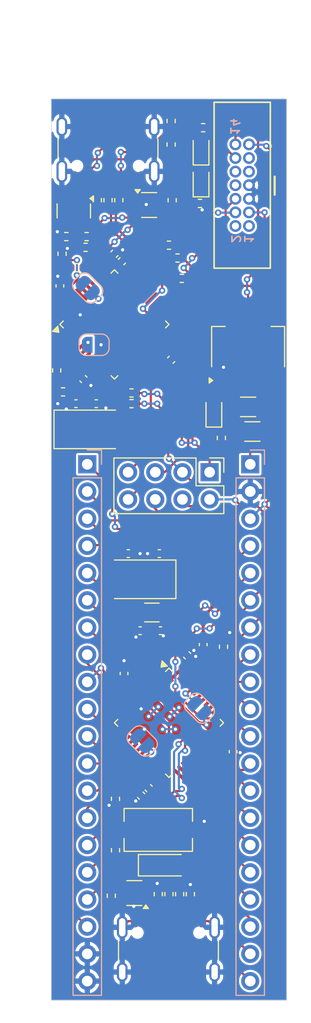
<source format=kicad_pcb>
(kicad_pcb (version 20240108) (generator "pcbnew") (generator_version "8.0")
  (layers (0 "F.Cu" signal) (31 "B.Cu" signal) (34 "B.Paste" user) (35 "F.Paste" user) (36 "B.SilkS" user "B.Silkscreen") (37 "F.SilkS" user "F.Silkscreen") (38 "B.Mask" user) (39 "F.Mask" user) (44 "Edge.Cuts" user))
  (net 0 "")
  (net 1 "GND")
  (net 2 "+3V3")
  (net 3 "/MCU/OSC_IN")
  (net 4 "/MCU/OSC_OUT")
  (net 5 "/MCU/OSC32_IN")
  (net 6 "/MCU/OSC32_OUT")
  (net 7 "+5V")
  (net 8 "/STlink/OSC_IN")
  (net 9 "/STlink/OSC_OUT")
  (net 10 "/STlink/LED_STLINK")
  (net 11 "Net-(D1-A)")
  (net 13 "Net-(J1-CC1)")
  (net 14 "Net-(J1-CC2)")
  (net 16 "Net-(D4-K)")
  (net 17 "/MCU/VBUS")
  (net 18 "/MCU/USB_D-")
  (net 19 "/MCU/USB_D+")
  (net 20 "/MCU/PA4")
  (net 21 "/MCU/PB10")
  (net 22 "/MCU/PB11")
  (net 23 "/MCU/PA6")
  (net 24 "/MCU/PC13")
  (net 25 "/MCU/PA1")
  (net 26 "/MCU/PB0")
  (net 27 "/MCU/3VB")
  (net 28 "/MCU/PB1")
  (net 29 "/MCU/PA7")
  (net 30 "/MCU/PA0")
  (net 31 "/MCU/RESET")
  (net 32 "/MCU/PA5")
  (net 33 "/MCU/PA3")
  (net 34 "/MCU/PA2")
  (net 35 "/MCU/PB12")
  (net 36 "/MCU/PA8")
  (net 37 "/MCU/PB15")
  (net 38 "/MCU/PB4")
  (net 39 "/MCU/PB13")
  (net 40 "/MCU/USB_DN")
  (net 41 "/MCU/PB14")
  (net 42 "/MCU/PB8")
  (net 43 "/MCU/PB3")
  (net 44 "/MCU/PA10")
  (net 45 "/MCU/USB_DP")
  (net 46 "/MCU/PA9")
  (net 47 "/MCU/PB5")
  (net 48 "/MCU/PB7")
  (net 49 "/MCU/PB6")
  (net 50 "/MCU/PB9")
  (net 51 "/MCU/PA15")
  (net 52 "Net-(J4-CC2)")
  (net 53 "/STlink/USB_D-")
  (net 54 "/STlink/USB_D+")
  (net 55 "/STlink/VBUS")
  (net 57 "Net-(J4-CC1)")
  (net 59 "/T_VCP_TX")
  (net 61 "/T_SWCLK")
  (net 64 "/T_SWDIO")
  (net 66 "/GNDDetect")
  (net 68 "/T_VCP_RX")
  (net 69 "/T_NRST")
  (net 70 "/MCU/PA13")
  (net 71 "/MCU/PA14")
  (net 72 "/MCU/BOOT0")
  (net 73 "/MCU/BOOT1")
  (net 74 "/STlink/BOOT0")
  (net 75 "Net-(Q1-E)")
  (net 76 "Net-(Q1-B)")
  (net 77 "/STlink/USART2_TX")
  (net 78 "/MCU/NRST")
  (net 79 "/STlink/USART2_RX")
  (net 80 "/STlink/NRST")
  (net 81 "/STlink/t_CLK")
  (net 82 "/STlink/t_DIO")
  (net 83 "Net-(U2-PC13)")
  (net 84 "Net-(U2-PC14)")
  (net 85 "Net-(U3-ST)")
  (net 86 "/STlink/t_DIO_IN")
  (net 87 "/STlink/USB_nRENUM")
  (net 88 "/STlink/USB_DP")
  (net 89 "Net-(U5-ST)")
  (net 90 "/STlink/USB_DN")
  (net 91 "Net-(U2-PB3)")
  (net 94 "/STlink/t_SWO")
  (net 97 "/STlink/AIN")
  (net 102 "/STlink/S_DIO")
  (net 105 "/STlink/S_CLK")
  (net 115 "Net-(D3-K)")
  (footprint "Capacitor_SMD:C_0402_1005Metric" (layer "F.Cu") (at 155 57.1 45)
    (property "Reference" "C17" (hide yes))
    (property "Value" "0u1")
  )
  (footprint "Capacitor_SMD:C_0402_1005Metric" (layer "F.Cu") (at 161.1 93.9 -45)
    (property "Reference" "C8" (hide yes))
    (property "Value" "0u1")
  )
  (footprint "Connector_USB:USB_C_Receptacle_GCT_USB4105-xx-A_16P_TopMnt_Horizontal" (layer "F.Cu") (at 153.7 45.6 180)
    (property "Reference" "J4" (hide yes))
    (property "Value" "USB_C_stm32")
  )
  (footprint "Resistor_SMD:R_0402_1005Metric" (layer "F.Cu") (at 164.3 73.6 -90)
    (property "Reference" "R31" (hide yes))
    (property "Value" "1k")
  )
  (footprint "Resistor_SMD:R_0402_1005Metric" (layer "F.Cu") (at 160.2 56.8)
    (property "Reference" "R8" (hide yes))
    (property "Value" "22R")
  )
  (footprint "Crystal:Crystal_SMD_5032-2Pin_5.0x3.2mm" (layer "F.Cu") (at 151.7 72.8)
    (property "Reference" "Y3" (hide yes))
    (property "Value" "8MHz X50328MSB2GI")
  )
  (footprint "Resistor_SMD:R_0402_1005Metric" (layer "F.Cu") (at 150.8 57.7)
    (property "Reference" "R29" (hide yes))
    (property "Value" "4k7")
  )
  (footprint "Resistor_SMD:R_0402_1005Metric" (layer "F.Cu") (at 154.4 107.3 -90)
    (property "Reference" "R2" (hide yes))
    (property "Value" "100k")
  )
  (footprint "Resistor_SMD:R_0402_1005Metric" (layer "F.Cu") (at 155.9 70.4)
    (property "Reference" "R1" (hide yes))
    (property "Value" "22R")
  )
  (footprint "Capacitor_SMD:C_0402_1005Metric" (layer "F.Cu") (at 156.7 91.6 180)
    (property "Reference" "C12" (hide yes))
    (property "Value" "15p")
  )
  (footprint "Capacitor_SMD:C_0402_1005Metric" (layer "F.Cu") (at 162.6 92.9 -90)
    (property "Reference" "C1" (hide yes))
    (property "Value" "10u 6V")
  )
  (footprint "Resistor_SMD:R_0402_1005Metric" (layer "F.Cu") (at 160.6 58.7)
    (property "Reference" "R7" (hide yes))
    (property "Value" "22R")
  )
  (footprint "Crystal:Crystal_SMD_5032-2Pin_5.0x3.2mm" (layer "F.Cu") (at 157 86.8 180)
    (property "Reference" "Y1" (hide yes))
    (property "Value" "8MHz X50328MSB2GI")
  )
  (footprint "LED_SMD:LED_0603_1608Metric" (layer "F.Cu") (at 162.4 49.6 90)
    (property "Reference" "D4" (hide yes))
    (property "Value" "RED led")
  )
  (footprint "Capacitor_SMD:C_0402_1005Metric" (layer "F.Cu") (at 159.6 66.3 -135)
    (property "Reference" "C16" (hide yes))
    (property "Value" "0u1")
  )
  (footprint "Capacitor_SMD:C_0402_1005Metric" (layer "F.Cu") (at 154.3 56.4 45)
    (property "Reference" "C3" (hide yes))
    (property "Value" "10u 6V")
  )
  (footprint "Capacitor_SMD:C_0402_1005Metric" (layer "F.Cu") (at 152.6 70.4)
    (property "Reference" "C20" (hide yes))
    (property "Value" "30p")
  )
  (footprint "Capacitor_SMD:C_0402_1005Metric" (layer "F.Cu") (at 150.7 70.4 180)
    (property "Reference" "C19" (hide yes))
    (property "Value" "30p")
  )
  (footprint "Resistor_SMD:R_0402_1005Metric" (layer "F.Cu") (at 160.4 116.2 -90)
    (property "Reference" "R14" (hide yes))
    (property "Value" "10R")
  )
  (footprint "Resistor_SMD:R_0402_1005Metric" (layer "F.Cu") (at 149.5 69.3 180)
    (property "Reference" "R13" (hide yes))
    (property "Value" "10k")
  )
  (footprint "Resistor_SMD:R_0402_1005Metric" (layer "F.Cu") (at 148.9 67.3 -90)
    (property "Reference" "R11" (hide yes))
    (property "Value" "10k")
  )
  (footprint "Capacitor_SMD:C_0402_1005Metric" (layer "F.Cu") (at 157.5 106.3 135)
    (property "Reference" "C6" (hide yes))
    (property "Value" "0u1")
  )
  (footprint "Resistor_SMD:R_0402_1005Metric" (layer "F.Cu") (at 149.8 54.8 180)
    (property "Reference" "R22" (hide yes))
    (property "Value" "39k")
  )
  (footprint "nturt_kicad_lib_EP6:box_header_14P_pitch127" (layer "F.Cu") (at 166.88355 53.81 -90)
    (property "Reference" "J5" (hide yes))
    (property "Value" "STDC14")
  )
  (footprint "Crystal:Crystal_SMD_3215-2Pin_3.2x1.5mm" (layer "F.Cu") (at 157.8 89.9)
    (property "Reference" "Y2" (hide yes))
    (property "Value" "32.768kHz Q13FC13500004")
  )
  (footprint "Resistor_SMD:R_0402_1005Metric" (layer "F.Cu") (at 152.7 51.4 -90)
    (property "Reference" "R25" (hide yes))
    (property "Value" "1k5")
  )
  (footprint "Resistor_SMD:R_0402_1005Metric" (layer "F.Cu") (at 159.6 44 -90)
    (property "Reference" "R24" (hide yes))
    (property "Value" "5k1")
  )
  (footprint "Resistor_SMD:R_0402_1005Metric" (layer "F.Cu") (at 153.7 51.4 90)
    (property "Reference" "R28" (hide yes))
    (property "Value" "10R")
  )
  (footprint "Resistor_SMD:R_0402_1005Metric" (layer "F.Cu") (at 162.6 44.63 180)
    (property "Reference" "R9" (hide yes))
    (property "Value" "220R")
  )
  (footprint "Resistor_SMD:R_0402_1005Metric" (layer "F.Cu") (at 149.4 56.4 90)
    (property "Reference" "R10" (hide yes))
    (property "Value" "100k")
  )
  (footprint "Button_Switch_SMD:SW_Tactile_SPST_NO_Straight_CK_PTS636Sx25SMTRLFS" (layer "F.Cu") (at 158.4 110.2)
    (property "Reference" "SW1" (hide yes))
    (property "Value" "RESET")
  )
  (footprint "Resistor_SMD:R_0402_1005Metric" (layer "F.Cu") (at 158.4 116.2 -90)
    (property "Reference" "R16" (hide yes))
    (property "Value" "5k1")
  )
  (footprint "Connector_USB:USB_C_Receptacle_GCT_USB4105-xx-A_16P_TopMnt_Horizontal" (layer "F.Cu") (at 159.35 122.4)
    (property "Reference" "J1" (hide yes))
    (property "Value" "USB_C_stm32")
  )
  (footprint "Capacitor_SMD:C_0402_1005Metric" (layer "F.Cu") (at 156.8 107 135)
    (property "Reference" "C2" (hide yes))
    (property "Value" "10u 6V")
  )
  (footprint "Package_TO_SOT_SMD:SOT-363_SC-70-6" (layer "F.Cu") (at 156.156544 116.1 180)
    (property "Reference" "U5" (hide yes))
    (property "Value" "LM66100DCK")
  )
  (footprint "Capacitor_SMD:C_0402_1005Metric" (layer "F.Cu") (at 158.6 91.6)
    (property "Reference" "C11" (hide yes))
    (property "Value" "15p")
  )
  (footprint "Capacitor_SMD:C_0402_1005Metric" (layer "F.Cu") (at 158.5 84.4 180)
    (property "Reference" "C9" (hide yes))
    (property "Value" "33p")
  )
  (footprint "Diode_SMD:D_SOD-123" (layer "F.Cu") (at 158.9 113.5)
    (property "Reference" "D2" (hide yes))
    (property "Value" "3.3V 123 (BZT52B3V3)")
  )
  (footprint "Resistor_SMD:R_0402_1005Metric" (layer "F.Cu") (at 159.6 46.2 90)
    (property "Reference" "R23" (hide yes))
    (property "Value" "5k1")
  )
  (footprint "Capacitor_SMD:C_1206_3216Metric" (layer "F.Cu") (at 166.8 70.7 180)
    (property "Reference" "C22" (hide yes))
    (property "Value" "47u 10V")
  )
  (footprint "Resistor_SMD:R_0402_1005Metric" (layer "F.Cu") (at 162.3 51.7)
    (property "Reference" "R15" (hide yes))
    (property "Value" "220R")
  )
  (footprint "Resistor_SMD:R_0402_1005Metric" (layer "F.Cu") (at 151.6 55.8 180)
    (property "Reference" "R21" (hide yes))
    (property "Value" "100R")
  )
  (footprint "Capacitor_SMD:C_0402_1005Metric" (layer "F.Cu") (at 149.2 59.4 90)
    (property "Reference" "C18" (hide yes))
    (property "Value" "0u1")
  )
  (footprint "Resistor_SMD:R_0402_1005Metric" (layer "F.Cu") (at 154.4 112.1 -90)
    (property "Reference" "R3" (hide yes))
    (property "Value" "10k")
  )
  (footprint "Resistor_SMD:R_0402_1005Metric" (layer "F.Cu") (at 161.4 116.2 -90)
    (property "Reference" "R17" (hide yes))
    (property "Value" "5k1")
  )
  (footprint "Capacitor_SMD:C_0402_1005Metric" (layer "F.Cu") (at 155.6 84.4)
    (property "Reference" "C10" (hide yes))
    (property "Value" "33p")
  )
  (footprint "Package_TO_SOT_SMD:SOT-223-3_TabPin2" (layer "F.Cu") (at 166.8 65.1 90)
    (property "Reference" "U4" (hide yes))
    (property "Value" "AMS1117-3.3")
  )
  (footprint "Resistor_SMD:R_0402_1005Metric" (layer "F.Cu") (at 151.7 54.8 180)
    (property "Reference" "R20" (hide yes))
    (property "Value" "10k")
  )
  (footprint "Resistor_SMD:R_0402_1005Metric" (layer "F.Cu") (at 155.9 69.4)
    (property "Reference" "R4" (hide yes))
    (property "Value" "22R")
  )
  (footprint "Package_TO_SOT_SMD:SOT-363_SC-70-6" (layer "F.Cu") (at 157.55 51.85)
    (property "Reference" "U3" (hide yes))
    (property "Value" "LM66100DCK")
  )
  (footprint "Resistor_SMD:R_0402_1005Metric" (layer "F.Cu") (at 159.7 51.4 -90)
    (property "Reference" "R18" (hide yes))
    (property "Value" "10k")
  )
  (footprint "Package_QFP:LQFP-48_7x7mm_P0.5mm" (layer "F.Cu") (at 159.4 100.2 -45)
    (property "Reference" "U1" (hide yes))
    (property "Value" "STM32F103CBTx")
  )
  (footprint "Connector_PinHeader_2.54mm:PinHeader_2x04_P2.54mm_Vertical" (layer "F.Cu") (at 163.2 76.8 -90)
    (property "Reference" "J6" (hide yes))
    (property "Value" "DEBUG")
  )
  (footprint "Capacitor_SMD:C_1206_3216Metric" (layer "F.Cu") (at 167.2 73 180)
    (property "Reference" "C21" (hide yes))
    (property "Value" "47u 10V")
  )
  (footprint "Capacitor_SMD:C_0402_1005Metric" (layer "F.Cu") (at 165.4 102.9 -90)
    (property "Reference" "C7" (hide yes))
    (property "Value" "0u1")
  )
  (footprint "Package_QFP:LQFP-48_7x7mm_P0.5mm" (layer "F.Cu") (at 154.3 63 45)
    (property "Reference" "U2" (hide yes))
    (property "Value" "STM32F103CBT6")
  )
  (footprint "Package_TO_SOT_SMD:SOT-23" (layer "F.Cu") (at 150.5 52.4 -90)
    (property "Reference" "Q1" (hide yes))
    (property "Value" "SS9013")
  )
  (footprint "LED_SMD:LED_0603_1608Metric" (layer "F.Cu") (at 163.6 71.1 90)
    (property "Reference" "D3" (hide yes))
    (property "Value" "RED 3V3")
  )
  (footprint "Resistor_SMD:R_0402_1005Metric" (layer "F.Cu") (at 154.71 51.4 90)
    (property "Reference" "R27" (hide yes))
    (property "Value" "10R")
  )
  (footprint "Resistor_SMD:R_0402_1005Metric" (layer "F.Cu") (at 159.4 55.6 180)
    (property "Reference" "R19" (hide yes))
    (property "Value" "100R")
  )
  (footprint "Capacitor_SMD:C_0402_1005Metric" (layer "F.Cu") (at 155.2 95.6 90)
    (property "Reference" "C5" (hide yes))
    (property "Value" "0u1")
  )
  (footprint "Resistor_SMD:R_0402_1005Metric" (layer "F.Cu") (at 164.5 93.1 90)
    (property "Reference" "R5" (hide yes))
    (property "Value" "100k")
  )
  (footprint "Resistor_SMD:R_0402_1005Metric" (layer "F.Cu") (at 154.006544 116.35 90)
    (property "Reference" "R26" (hide yes))
    (property "Value" "10k")
  )
  (footprint "Resistor_SMD:R_0402_1005Metric" (layer "F.Cu") (at 159.4 116.2 -90)
    (property "Reference" "R12" (hide yes))
    (property "Value" "10R")
  )
  (footprint "LED_SMD:LED_0603_1608Metric" (layer "F.Cu") (at 162.4 46.63 90)
    (property "Reference" "D1" (hide yes))
    (property "Value" "EMERALD led")
  )
  (footprint "Capacitor_SMD:C_0402_1005Metric" (layer "F.Cu") (at 151.4 68.1 -45)
    (property "Reference" "C15" (hide yes))
    (property "Value" "0u1")
  )
  (footprint "Jumper:SolderJumper-2_P1.3mm_Open_RoundedPad1.0x1.5mm" (layer "B.Cu") (at 156.9 101.9 135)
    (property "Reference" "JP2" (hide yes))
    (property "Value" "BOOT1")
  )
  (footprint "Connector_PinHeader_2.54mm:PinHeader_1x20_P2.54mm_Vertical" (layer "B.Cu") (at 151.76 76.06 180)
    (property "Reference" "J2" (hide yes))
    (property "Value" "Conn_01x20")
  )
  (footprint "Jumper:SolderJumper-2_P1.3mm_Open_RoundedPad1.0x1.5mm" (layer "B.Cu") (at 151.8 59.6 -45)
    (property "Reference" "JP3" (hide yes))
    (property "Value" "BOOT0")
  )
  (footprint "Jumper:SolderJumper-2_P1.3mm_Open_RoundedPad1.0x1.5mm" (layer "B.Cu") (at 152.4 64.9)
    (property "Reference" "JP4" (hide yes))
    (property "Value" "RESET")
  )
  (footprint "Jumper:SolderJumper-2_P1.3mm_Open_RoundedPad1.0x1.5mm" (layer "B.Cu") (at 162.240381 98.840381 -45)
    (property "Reference" "JP1" (hide yes))
    (property "Value" "BOOT0")
  )
  (footprint "Connector_PinHeader_2.54mm:PinHeader_1x20_P2.54mm_Vertical" (layer "B.Cu") (at 167 76.06 180)
    (property "Reference" "J3" (hide yes))
    (property "Value" "Conn_01x20")
  )
  (gr_rect (start 148.4 41.93) (end 170.4 126.11) (stroke (width 0.05)) (fill none) (layer "Edge.Cuts"))
  (segment (start 164.5 92.35147) (end 164.5 92.59) (width 0.2) (layer "F.Cu") (net 1))
  (segment (start 161.660589 94.239411) (end 161.9 94) (width 0.2) (layer "F.Cu") (net 1))
  (segment (start 161.789708 93.38) (end 161.729835 93.439873) (width 0.2) (layer "F.Cu") (net 1))
  (segment (start 156.106544 116.856544) (end 156.863088 116.1) (width 0.2) (layer "F.Cu") (net 1))
  (segment (start 156.893456 51.8) (end 156.843456 51.85) (width 0.2) (layer "F.Cu") (net 1))
  (segment (start 157.160589 105.621391) (end 158.047658 104.734322) (width 0.2) (layer "F.Cu") (net 1))
  (segment (start 148.99 69.3) (end 148.99 67.9) (width 0.2) (layer "F.Cu") (net 1))
  (segment (start 158.4 115.69) (end 158.4 115.3) (width 0.2) (layer "F.Cu") (net 1))
  (segment (start 165.655943 103.38) (end 166.055688 102.980255) (width 0.2) (layer "F.Cu") (net 1))
  (segment (start 158.87204 92.07204) (end 159.08 91.86408) (width 0.2) (layer "F.Cu") (net 1))
  (segment (start 165.4 103.38) (end 164.79 102.77) (width 0.2) (layer "F.Cu") (net 1))
  (segment (start 159.08 91.86408) (end 159.08 91.6) (width 0.2) (layer "F.Cu") (net 1))
  (segment (start 149.8 70.9) (end 149.8 70.82) (width 0.2) (layer "F.Cu") (net 1))
  (segment (start 151.1 62.1) (end 151.007934 62.192066) (width 0.2) (layer "F.Cu") (net 1))
  (segment (start 159.5 65.01802) (end 158.834322 64.352342) (width 0.2) (layer "F.Cu") (net 1))
  (segment (start 155.697138 56.760589) (end 156.196749 57.2602) (width 0.2) (layer "F.Cu") (net 1))
  (segment (start 164.79 102.77) (end 164.79 102.40802) (width 0.2) (layer "F.Cu") (net 1))
  (segment (start 158.4 115.3) (end 158.3 115.2) (width 0.2) (layer "F.Cu") (net 1))
  (segment (start 149 70.4) (end 148.99 70.39) (width 0.2) (layer "F.Cu") (net 1))
  (segment (start 149 58.72) (end 149 58.5) (width 0.2) (layer "F.Cu") (net 1))
  (segment (start 151.839411 68.439411) (end 152.1 68.7) (width 0.2) (layer "F.Cu") (net 1))
  (segment (start 157.160589 105.960589) (end 156.460589 106.660589) (width 0.2) (layer "F.Cu") (net 1))
  (segment (start 161.4 115.69) (end 161.4 115.3) (width 0.2) (layer "F.Cu") (net 1))
  (segment (start 149.8 70.82) (end 150.22 70.4) (width 0.2) (layer "F.Cu") (net 1))
  (segment (start 151.007934 62.192066) (end 150.310086 62.192066) (width 0.2) (layer "F.Cu") (net 1))
  (segment (start 158.02 84.4) (end 157.4 84.4) (width 0.2) (layer "F.Cu") (net 1))
  (segment (start 155.605 118.72) (end 155.03 119.295) (width 0.2) (layer "F.Cu") (net 1))
  (segment (start 153.89 107.81) (end 153.8 107.9) (width 0.2) (layer "F.Cu") (net 1))
  (segment (start 164.5 68.25) (end 164.5 67) (width 0.2) (layer "F.Cu") (net 1))
  (segment (start 156.15 118.72) (end 155.605 118.72) (width 0.2) (layer "F.Cu") (net 1))
  (segment (start 157.275 51.8) (end 156.893456 51.8) (width 0.2) (layer "F.Cu") (net 1))
  (segment (start 159.260589 66.639411) (end 158.9 66.278822) (width 0.2) (layer "F.Cu") (net 1))
  (segment (start 148.99 67.9) (end 148.9 67.81) (width 0.2) (layer "F.Cu") (net 1))
  (segment (start 158.9 65.968665) (end 159.5 65.368665) (width 0.2) (layer "F.Cu") (net 1))
  (segment (start 162.55 118.72) (end 163.095 118.72) (width 0.2) (layer "F.Cu") (net 1))
  (segment (start 156.8 98.9) (end 156.8 98.66066) (width 0.2) (layer "F.Cu") (net 1))
  (segment (start 155.2 95.12) (end 155.2 94.4) (width 0.2) (layer "F.Cu") (net 1))
  (segment (start 154.4 107.81) (end 153.89 107.81) (width 0.2) (layer "F.Cu") (net 1))
  (segment (start 149.29 54.674869) (end 149.29 54.8) (width 0.2) (layer "F.Cu") (net 1))
  (segment (start 148.99 70.39) (end 148.99 69.3) (width 0.2) (layer "F.Cu") (net 1))
  (segment (start 155.339411 56.760589) (end 155.697138 56.760589) (width 0.2) (layer "F.Cu") (net 1))
  (segment (start 159.5 65.368665) (end 159.5 65.01802) (width 0.2) (layer "F.Cu") (net 1))
  (segment (start 153.05 65.31066) (end 151.886998 66.473662) (width 0.2) (layer "F.Cu") (net 1))
  (segment (start 154.639411 56.060589) (end 155.039411 56.060589) (width 0.2) (layer "F.Cu") (net 1))
  (segment (start 158.9 66.278822) (end 158.9 65.968665) (width 0.2) (layer "F.Cu") (net 1))
  (segment (start 156.307108 92.192892) (end 156.22 92.105784) (width 0.2) (layer "F.Cu") (net 1))
  (segment (start 156.196749 57.2602) (end 156.196749 57.921271) (width 0.2) (layer "F.Cu") (net 1))
  (segment (start 153.5 70.8) (end 153.48 70.8) (width 0.2) (layer "F.Cu") (net 1))
  (segment (start 156.106544 117.34) (end 156.106544 116.856544) (width 0.2) (layer "F.Cu") (net 1))
  (segment (start 161.439411 94.239411) (end 161.439411 94.978609) (width 0.2) (layer "F.Cu") (net 1))
  (segment (start 149.890001 55.890001) (end 149.9 55.9) (width 0.2) (layer "F.Cu") (net 1))
  (segment (start 156.295547 107.500776) (end 156.295547 106.825631) (width 0.2) (layer "F.Cu") (net 1))
  (segment (start 164.79 102.40802) (end 163.934322 101.552342) (width 0.2) (layer "F.Cu") (net 1))
  (segment (start 161.439411 94.978609) (end 160.752342 95.665678) (width 0.2) (layer "F.Cu") (net 1))
  (segment (start 161.439411 94.239411) (end 161.660589 94.239411) (width 0.2) (layer "F.Cu") (net 1))
  (segment (start 149.4 55.890001) (end 149.890001 55.890001) (width 0.2) (layer "F.Cu") (net 1))
  (segment (start 155.039411 56.060589) (end 155.066635 56.033365) (width 0.2) (layer "F.Cu") (net 1))
  (segment (start 156.08 84.4) (end 156.7 84.4) (width 0.2) (layer "F.Cu") (net 1))
  (segment (start 156.843456 51.85) (end 156.6 51.85) (width 0.2) (layer "F.Cu") (net 1))
  (segment (start 165.4 103.38) (end 165.655943 103.38) (width 0.2) (layer "F.Cu") (net 1))
  (segment (start 153.05 64.9) (end 153.05 65.31066) (width 0.2) (layer "F.Cu") (net 1))
  (segment (start 165.075735 91.775735) (end 164.5 92.35147) (width 0.2) (layer "F.Cu") (net 1))
  (segment (start 157.160589 105.960589) (end 157.160589 105.621391) (width 0.2) (layer "F.Cu") (net 1))
  (segment (start 162.7 109.775) (end 162.275 110.2) (width 0.2) (layer "F.Cu") (net 1))
  (segment (start 162.6 93.38) (end 161.789708 93.38) (width 0.2) (layer "F.Cu") (net 1))
  (segment (start 150.310086 62.192066) (end 149.765678 61.647658) (width 0.2) (layer "F.Cu") (net 1))
  (segment (start 156.7 84.4) (end 157.4 84.4) (width 0.2) (layer "F.Cu") (net 1))
  (segment (start 163.095 118.72) (end 163.67 119.295) (width 0.2) (layer "F.Cu") (net 1))
  (segment (start 156.196749 57.921271) (end 155.652342 58.465678) (width 0.2) (layer "F.Cu") (net 1))
  (segment (start 149.2 58.92) (end 149 58.72) (width 0.2) (layer "F.Cu") (net 1))
  (segment (start 162.5 52.3) (end 162.5 52.01) (width 0.2) (layer "F.Cu") (net 1))
  (segment (start 156.22 92.105784) (end 156.22 91.6) (width 0.2) (layer "F.Cu") (net 1))
  (segment (start 162.5 52.01) (end 162.81 51.7) (width 0.2) (layer "F.Cu") (net 1))
  (segment (start 151.739411 68.439411) (end 151.839411 68.439411) (width 0.2) (layer "F.Cu") (net 1))
  (segment (start 156.8 98.66066) (end 155.926338 97.786998) (width 0.2) (layer "F.Cu") (net 1))
  (segment (start 155.339411 56.760589) (end 154.639411 56.060589) (width 0.2) (layer "F.Cu") (net 1))
  (segment (start 148.959071 54.34394) (end 149.29 54.674869) (width 0.2) (layer "F.Cu") (net 1))
  (segment (start 162.7 109.4) (end 162.7 109.775) (width 0.2) (layer "F.Cu") (net 1))
  (segment (start 156.295547 106.825631) (end 156.460589 106.660589) (width 0.2) (layer "F.Cu") (net 1))
  (segment (start 156.863088 116.1) (end 157.106544 116.1) (width 0.2) (layer "F.Cu") (net 1))
  (segment (start 153.48 70.8) (end 153.08 70.4) (width 0.2) (layer "F.Cu") (net 1))
  (via (at 157.275 51.8) (size 0.6) (drill 0.3) (layers "F.Cu" "B.Cu") (net 1))
  (via (at 161.9 94) (size 0.6) (drill 0.3) (layers "F.Cu" "B.Cu") (net 1))
  (via (at 149.8 70.9) (size 0.6) (drill 0.3) (layers "F.Cu" "B.Cu") (net 1))
  (via (at 166.055688 102.980255) (size 0.6) (drill 0.3) (layers "F.Cu" "B.Cu") (net 1))
  (via (at 165.075735 91.775735) (size 0.6) (drill 0.3) (layers "F.Cu" "B.Cu") (net 1))
  (via (at 153.8 107.9) (size 0.6) (drill 0.3) (layers "F.Cu" "B.Cu") (net 1))
  (via (at 156.8 98.9) (size 0.6) (drill 0.3) (layers "F.Cu" "B.Cu") (net 1))
  (via (at 157.4 84.4) (size 0.6) (drill 0.3) (layers "F.Cu" "B.Cu") (net 1))
  (via (at 151.1 62.1) (size 0.6) (drill 0.3) (layers "F.Cu" "B.Cu") (net 1))
  (via (at 153.05 64.9) (size 0.6) (drill 0.3) (layers "F.Cu" "B.Cu") (net 1))
  (via (at 156.106544 117.34) (size 0.6) (drill 0.3) (layers "F.Cu" "B.Cu") (net 1))
  (via (at 155.066635 56.033365) (size 0.6) (drill 0.3) (layers "F.Cu" "B.Cu") (net 1))
  (via (at 158.87204 92.07204) (size 0.6) (drill 0.3) (layers "F.Cu" "B.Cu") (net 1))
  (via (at 161.729835 93.439873) (size 0.6) (drill 0.3) (layers "F.Cu" "B.Cu") (net 1))
  (via (at 164.5 67) (size 0.6) (drill 0.3) (layers "F.Cu" "B.Cu") (net 1))
  (via (at 149 58.5) (size 0.6) (drill 0.3) (layers "F.Cu" "B.Cu") (net 1))
  (via (at 162.5 52.3) (size 0.6) (drill 0.3) (layers "F.Cu" "B.Cu") (net 1))
  (via (at 156.7 84.4) (size 0.6) (drill 0.3) (layers "F.Cu" "B.Cu") (net 1))
  (via (at 148.959071 54.34394) (size 0.6) (drill 0.3) (layers "F.Cu" "B.Cu") (net 1))
  (via (at 156.307108 92.192892) (size 0.6) (drill 0.3) (layers "F.Cu" "B.Cu") (net 1))
  (via (at 149.9 55.9) (size 0.6) (drill 0.3) (layers "F.Cu" "B.Cu") (net 1))
  (via (at 161.4 115.3) (size 0.6) (drill 0.3) (layers "F.Cu" "B.Cu") (net 1))
  (via (at 158.3 115.2) (size 0.6) (drill 0.3) (layers "F.Cu" "B.Cu") (net 1))
  (via (at 152.1 68.7) (size 0.6) (drill 0.3) (layers "F.Cu" "B.Cu") (net 1))
  (via (at 149 70.4) (size 0.6) (drill 0.3) (layers "F.Cu" "B.Cu") (net 1))
  (via (at 155.2 94.4) (size 0.6) (drill 0.3) (layers "F.Cu" "B.Cu") (net 1))
  (via (at 153.5 70.8) (size 0.6) (drill 0.3) (layers "F.Cu" "B.Cu") (net 1))
  (via (at 156.295547 107.500776) (size 0.6) (drill 0.3) (layers "F.Cu" "B.Cu") (net 1))
  (via (at 162.7 109.4) (size 0.6) (drill 0.3) (layers "F.Cu" "B.Cu") (net 1))
  (segment (start 168.23 44.63) (end 169.4 45.8) (width 0.2) (layer "F.Cu") (net 2))
  (segment (start 162.6 92.42) (end 161.901178 92.42) (width 0.2) (layer "F.Cu") (net 2))
  (segment (start 158.401212 105.087876) (end 158.945619 104.543469) (width 0.2) (layer "F.Cu") (net 2))
  (segment (start 169.4 45.8) (end 169.4 59.35) (width 0.2) (layer "F.Cu") (net 2))
  (segment (start 155.198529 81.45) (end 155.048529 81.3) (width 0.2) (layer "F.Cu") (net 2))
  (segment (start 153.960589 56.739411) (end 154.660589 57.439411) (width 0.2) (layer "F.Cu") (net 2))
  (segment (start 149.9 117.38) (end 151.76 119.24) (width 0.2) (layer "F.Cu") (net 2))
  (segment (start 163.11 44.63) (end 168.23 44.63) (width 0.2) (layer "F.Cu") (net 2))
  (segment (start 159.475735 99.624265) (end 158.55147 98.7) (width 0.2) (layer "F.Cu") (net 2))
  (segment (start 168.33855 57.16145) (end 168.33855 52.54) (width 0.2) (layer "F.Cu") (net 2))
  (segment (start 151.307177 67.760589) (end 152.240551 66.827215) (width 0.2) (layer "F.Cu") (net 2))
  (segment (start 149.9 77.8) (end 149.9 117.38) (width 0.2) (layer "F.Cu") (net 2))
  (segment (start 155.048529 81.3) (end 153.8 81.3) (width 0.2) (layer "F.Cu") (net 2))
  (segment (start 153.4 78.3) (end 152.5 77.4) (width 0.2) (layer "F.Cu") (net 2))
  (segment (start 161.901178 92.42) (end 160.760589 93.560589) (width 0.2) (layer "F.Cu") (net 2))
  (segment (start 158.945619 104.543469) (end 158.945619 102.645619) (width 0.2) (layer "F.Cu") (net 2))
  (segment (start 149.9 58.4) (end 149.9 59.18) (width 0.2) (layer "F.Cu") (net 2))
  (segment (start 169.4 59.35) (end 166.8 61.95) (width 0.2) (layer "F.Cu") (net 2))
  (segment (start 149.2 59.88) (end 148.867717 60.212283) (width 0.2) (layer "F.Cu") (net 2))
  (segment (start 154.960589 97.528355) (end 154.960589 96.439411) (width 0.2) (layer "F.Cu") (net 2))
  (segment (start 150.29 58.01) (end 149.9 58.4) (width 0.2) (layer "F.Cu") (net 2))
  (segment (start 165.4 102.42) (end 165.4 102.310912) (width 0.2) (layer "F.Cu") (net 2))
  (segment (start 151.060589 67.760589) (end 151.307177 67.760589) (width 0.2) (layer "F.Cu") (net 2))
  (segment (start 166.8 68.25) (end 166.8 69.225) (width 0.2) (layer "F.Cu") (net 2))
  (segment (start 158.401212 105.087876) (end 158.401212 106.07761) (width 0.2) (layer "F.Cu") (net 2))
  (segment (start 160.760589 94.950323) (end 160.398788 95.312124) (width 0.2) (layer "F.Cu") (net 2))
  (segment (start 157.839411 106.639411) (end 157.139411 107.339411) (width 0.2) (layer "F.Cu") (net 2))
  (segment (start 149.9 59.18) (end 149.2 59.88) (width 0.2) (layer "F.Cu") (net 2))
  (segment (start 159.939411 65.960589) (end 159.939411 64.750323) (width 0.2) (layer "F.Cu") (net 2))
  (segment (start 162.6 90.270555) (end 163.6 89.270555) (width 0.2) (layer "F.Cu") (net 2))
  (segment (start 159.939411 64.750323) (end 159.187876 63.998788) (width 0.2) (layer "F.Cu") (net 2))
  (segment (start 148.867717 61.456805) (end 149.412124 62.001212) (width 0.2) (layer "F.Cu") (net 2))
  (segment (start 155.572785 98.140551) (end 156.117192 98.684958) (width 0.2) (layer "F.Cu") (net 2))
  (segment (start 166.7 60) (end 166.8 60.1) (width 0.2) (layer "F.Cu") (net 2))
  (segment (start 166.8 69.225) (end 168.275 70.7) (width 0.2) (layer "F.Cu") (net 2))
  (segment (start 162.911702 100.388298) (end 163.477386 100.388298) (width 0.2) (layer "F.Cu") (net 2))
  (segment (start 160.85 81.45) (end 155.198529 81.45) (width 0.2) (layer "F.Cu") (net 2))
  (segment (start 156.117192 99.817192) (end 157.1 100.8) (width 0.2) (layer "F.Cu") (net 2))
  (segment (start 167 76.06) (end 167 71.975) (width 0.2) (layer "F.Cu") (net 2))
  (segment (start 150.3 77.4) (end 149.9 77.8) (width 0.2) (layer "F.Cu") (net 2))
  (segment (start 155.2 96.2) (end 155.2 96.08) (width 0.2) (layer "F.Cu") (net 2))
  (segment (start 162.6 92.42) (end 162.6 90.270555) (width 0.2) (layer "F.Cu") (net 2))
  (segment (start 167 71.975) (end 168.275 70.7) (width 0.2) (layer "F.Cu") (net 2))
  (segment (start 154.660589 57.439411) (end 154.660589 57.473925) (width 0.2) (layer "F.Cu") (net 2))
  (segment (start 158.945619 102.645619) (end 157.1 100.8) (width 0.2) (layer "F.Cu") (net 2))
  (segment (start 166.7 58.8) (end 168.33855 57.16145) (width 0.2) (layer "F.Cu") (net 2))
  (segment (start 163.6 89.270555) (end 163.6 84.2) (width 0.2) (layer "F.Cu") (net 2))
  (segment (start 153.8 81.3) (end 153.4 80.9) (width 0.2) (layer "F.Cu") (net 2))
  (segment (start 154.660589 57.473925) (end 155.298788 58.112124) (width 0.2) (layer "F.Cu") (net 2))
  (segment (start 149.412124 63.998788) (end 149.412124 62.001212) (width 0.2) (layer "F.Cu") (net 2))
  (segment (start 158.401212 106.07761) (end 157.839411 106.639411) (width 0.2) (layer "F.Cu") (net 2))
  (segment (start 152.5 77.4) (end 150.3 77.4) (width 0.2) (layer "F.Cu") (net 2))
  (segment (start 163.477386 100.388298) (end 164.287876 101.198788) (width 0.2) (layer "F.Cu") (net 2))
  (segment (start 165.4 102.310912) (end 164.287876 101.198788) (width 0.2) (layer "F.Cu") (net 2))
  (segment (start 166.8 68.25) (end 166.8 61.95) (width 0.2) (layer "F.Cu") (net 2))
  (segment (start 160.760589 93.560589) (end 160.760589 94.950323) (width 0.2) (layer "F.Cu") (net 2))
  (segment (start 153.4 80.9) (end 153.4 78.3) (width 0.2) (layer "F.Cu") (net 2))
  (segment (start 163.6 84.2) (end 160.85 81.45) (width 0.2) (layer "F.Cu") (net 2))
  (segment (start 150.29 57.7) (end 150.29 58.01) (width 0.2) (layer "F.Cu") (net 2))
  (segment (start 158.55147 98.7) (end 158.4 98.7) (width 0.2) (layer "F.Cu") (net 2))
  (segment (start 155.572785 98.140551) (end 154.960589 97.528355) (width 0.2) (layer "F.Cu") (net 2))
  (segment (start 166.8 60.1) (end 166.8 61.95) (width 0.2) (layer "F.Cu") (net 2))
  (segment (start 156.117192 98.684958) (end 156.117192 99.817192) (width 0.2) (layer "F.Cu") (net 2))
  (segment (start 154.960589 96.439411) (end 155.2 96.2) (width 0.2) (layer "F.Cu") (net 2))
  (segment (start 148.867717 60.212283) (end 148.867717 61.456805) (width 0.2) (layer "F.Cu") (net 2))
  (via (at 162.911702 100.388298) (size 0.6) (drill 0.3) (layers "F.Cu" "B.Cu") (net 2))
  (via (at 158.4 98.7) (size 0.6) (drill 0.3) (layers "F.Cu" "B.Cu") (net 2))
  (via (at 160 100.8) (size 0.6) (drill 0.3) (layers "F.Cu" "B.Cu") (net 2))
  (via (at 157.5 99.6) (size 0.6) (drill 0.3) (layers "F.Cu" "B.Cu") (net 2))
  (via (at 168.33855 52.54) (size 0.6) (drill 0.3) (layers "F.Cu" "B.Cu") (net 2))
  (via (at 159.475735 99.624265) (size 0.6) (drill 0.3) (layers "F.Cu" "B.Cu") (net 2))
  (via (at 166.7 60) (size 0.6) (drill 0.3) (layers "F.Cu" "B.Cu") (net 2))
  (via (at 160.324265 98.775735) (size 0.6) (drill 0.3) (layers "F.Cu" "B.Cu") (net 2))
  (via (at 157.1 100.8) (size 0.6) (drill 0.3) (layers "F.Cu" "B.Cu") (net 2))
  (via (at 152.8 60.6) (size 0.6) (drill 0.3) (layers "F.Cu" "B.Cu") (net 2))
  (via (at 166.7 58.8) (size 0.6) (drill 0.3) (layers "F.Cu" "B.Cu") (net 2))
  (via (at 158.798958 100.801042) (size 0.6) (drill 0.3) (layers "F.Cu" "B.Cu") (net 2))
  (segment (start 157.5 99.6) (end 158.4 98.7) (width 0.2) (layer "B.Cu") (net 2))
  (segment (start 156.440381 101.440381) (end 156.459619 101.440381) (width 0.2) (layer "B.Cu") (net 2))
  (segment (start 152.259619 60.059619) (end 152.8 60.6) (width 0.2) (layer "B.Cu") (net 2))
  (segment (start 162.7 100.176596) (end 162.7 99.3) (width 0.2) (layer "B.Cu") (net 2))
  (segment (start 166.7 60) (end 166.7 58.8) (width 0.2) (layer "B.Cu") (net 2))
  (segment (start 168.33855 52.54) (end 166.88355 52.54) (width 0.2) (layer "B.Cu") (net 2))
  (segment (start 160 100.8) (end 158.8 100.8) (width 0.2) (layer "B.Cu") (net 2))
  (segment (start 156.459619 101.440381) (end 157.1 100.8) (width 0.2) (layer "B.Cu") (net 2))
  (segment (start 162.911702 100.388298) (end 162.7 100.176596) (width 0.2) (layer "B.Cu") (net 2))
  (segment (start 160.324265 98.775735) (end 159.475735 99.624265) (width 0.2) (layer "B.Cu") (net 2))
  (segment (start 158.8 100.8) (end 158.798958 100.801042) (width 0.2) (layer "B.Cu") (net 2))
  (segment (start 156.303251 96.042591) (end 156.303251 93.037565) (width 0.2) (layer "F.Cu") (net 3))
  (segment (start 158.98 86.67) (end 158.85 86.8) (width 0.2) (layer "F.Cu") (net 3))
  (segment (start 156.986998 96.726338) (end 156.303251 96.042591) (width 0.2) (layer "F.Cu") (net 3))
  (segment (start 156.303251 93.037565) (end 155.6 92.334314) (width 0.2) (layer "F.Cu") (net 3))
  (segment (start 158.98 84.4) (end 158.98 86.67) (width 0.2) (layer "F.Cu") (net 3))
  (segment (start 156 88.4) (end 157.85 88.4) (width 0.2) (layer "F.Cu") (net 3))
  (segment (start 155.6 88.8) (end 156 88.4) (width 0.2) (layer "F.Cu") (net 3))
  (segment (start 155.6 92.334314) (end 155.6 88.8) (width 0.2) (layer "F.Cu") (net 3))
  (segment (start 158.85 87.4) (end 158.85 86.8) (width 0.2) (layer "F.Cu") (net 3))
  (segment (start 157.85 88.4) (end 158.85 87.4) (width 0.2) (layer "F.Cu") (net 3))
  (segment (start 155.9 96.346446) (end 155.9 93.2) (width 0.2) (layer "F.Cu") (net 4))
  (segment (start 155.2 86.85) (end 155.15 86.8) (width 0.2) (layer "F.Cu") (net 4))
  (segment (start 155.9 93.2) (end 155.2 92.5) (width 0.2) (layer "F.Cu") (net 4))
  (segment (start 156.633445 97.079891) (end 155.9 96.346446) (width 0.2) (layer "F.Cu") (net 4))
  (segment (start 155.2 92.5) (end 155.2 86.85) (width 0.2) (layer "F.Cu") (net 4))
  (segment (start 155.12 84.4) (end 155.12 86.77) (width 0.2) (layer "F.Cu") (net 4))
  (segment (start 155.12 86.77) (end 155.15 86.8) (width 0.2) (layer "F.Cu") (net 4))
  (segment (start 159.8 83.1) (end 161.1 84.4) (width 0.2) (layer "F.Cu") (net 5))
  (segment (start 159.3 89.9) (end 159.05 89.9) (width 0.2) (layer "F.Cu") (net 5))
  (segment (start 157.103251 95.428377) (end 157.694105 96.019231) (width 0.2) (layer "F.Cu") (net 5))
  (segment (start 158.12 90.83) (end 159.05 89.9) (width 0.2) (layer "F.Cu") (net 5))
  (segment (start 151.76 81.14) (end 153.72 83.1) (width 0.2) (layer "F.Cu") (net 5))
  (segment (start 161.1 84.4) (end 161.1 88.1) (width 0.2) (layer "F.Cu") (net 5))
  (segment (start 153.72 83.1) (end 159.8 83.1) (width 0.2) (layer "F.Cu") (net 5))
  (segment (start 158.12 91.6) (end 158.12 90.83) (width 0.2) (layer "F.Cu") (net 5))
  (segment (start 158.12 92.58) (end 157.103251 93.596749) (width 0.2) (layer "F.Cu") (net 5))
  (segment (start 158.12 91.6) (end 158.12 92.58) (width 0.2) (layer "F.Cu") (net 5))
  (segment (start 161.1 88.1) (end 159.3 89.9) (width 0.2) (layer "F.Cu") (net 5))
  (segment (start 157.103251 93.596749) (end 157.103251 95.428377) (width 0.2) (layer "F.Cu") (net 5))
  (segment (start 159.4 83.6) (end 151.84 83.6) (width 0.2) (layer "F.Cu") (net 6))
  (segment (start 156.703251 93.431063) (end 156.703251 95.735485) (width 0.2) (layer "F.Cu") (net 6))
  (segment (start 156.55 89.9) (end 156.915685 89.9) (width 0.2) (layer "F.Cu") (net 6))
  (segment (start 151.84 83.6) (end 151.76 83.68) (width 0.2) (layer "F.Cu") (net 6))
  (segment (start 157.4 91.82) (end 157.4 92.734314) (width 0.2) (layer "F.Cu") (net 6))
  (segment (start 160.5 84.7) (end 159.4 83.6) (width 0.2) (layer "F.Cu") (net 6))
  (segment (start 156.55 89.9) (end 156.55 90.97) (width 0.2) (layer "F.Cu") (net 6))
  (segment (start 156.55 90.97) (end 157.18 91.6) (width 0.2) (layer "F.Cu") (net 6))
  (segment (start 157.18 91.6) (end 157.4 91.82) (width 0.2) (layer "F.Cu") (net 6))
  (segment (start 157.4 92.734314) (end 156.703251 93.431063) (width 0.2) (layer "F.Cu") (net 6))
  (segment (start 156.703251 95.735485) (end 157.340551 96.372785) (width 0.2) (layer "F.Cu") (net 6))
  (segment (start 160.5 88.1) (end 160.5 84.7) (width 0.2) (layer "F.Cu") (net 6))
  (segment (start 156.915685 89.9) (end 158.215685 88.6) (width 0.2) (layer "F.Cu") (net 6))
  (segment (start 160 88.6) (end 160.5 88.1) (width 0.2) (layer "F.Cu") (net 6))
  (segment (start 158.215685 88.6) (end 160 88.6) (width 0.2) (layer "F.Cu") (net 6))
  (segment (start 154.116544 116.75) (end 154.006544 116.86) (width 0.2) (layer "F.Cu") (net 7))
  (segment (start 157.875 51.581544) (end 158.256544 51.2) (width 0.2) (layer "F.Cu") (net 7))
  (segment (start 168.344265 79.795735) (end 168.7 79.44) (width 0.2) (layer "F.Cu") (net 7))
  (segment (start 160.6 44.525538) (end 160.6 47.1) (width 0.2) (layer "F.Cu") (net 7))
  (segment (start 168.1 43.6) (end 161.525538 43.6) (width 0.2) (layer "F.Cu") (net 7))
  (segment (start 153.5 117.366544) (end 154.006544 116.86) (width 0.2) (layer "F.Cu") (net 7))
  (segment (start 158.256544 51.2) (end 158.5 51.2) (width 0.2) (layer "F.Cu") (net 7))
  (segment (start 160.6 47.1) (end 160 47.7) (width 0.2) (layer "F.Cu") (net 7))
  (segment (start 169.8 45.3) (end 168.1 43.6) (width 0.2) (layer "F.Cu") (net 7))
  (segment (start 169.4 68.55) (end 169.1 68.25) (width 0.2) (layer "F.Cu") (net 7))
  (segment (start 169.8 67.55) (end 169.8 45.3) (width 0.2) (layer "F.Cu") (net 7))
  (segment (start 167.476346 125.47) (end 154.77 125.47) (width 0.2) (layer "F.Cu") (net 7))
  (segment (start 156.75 115.45) (end 157.106544 115.45) (width 0.2) (layer "F.Cu") (net 7))
  (segment (start 159.7 50.89) (end 158.81 50.89) (width 0.2) (layer "F.Cu") (net 7))
  (segment (start 169.3 80.75147) (end 169.3 123.646346) (width 0.2) (layer "F.Cu") (net 7))
  (segment (start 168.344265 79.795735) (end 169.3 80.75147) (width 0.2) (layer "F.Cu") (net 7))
  (segment (start 157.875 52.225) (end 157.875 51.581544) (width 0.2) (layer "F.Cu") (net 7))
  (segment (start 160 47.7) (end 160 50.59) (width 0.2) (layer "F.Cu") (net 7))
  (segment (start 168.675 73) (end 169.4 72.275) (width 0.2) (layer "F.Cu") (net 7))
  (segment (start 168.7 79.44) (end 168.7 73.025) (width 0.2) (layer "F.Cu") (net 7))
  (segment (start 158.81 50.89) (end 158.5 51.2) (width 0.2) (layer "F.Cu") (net 7))
  (segment (start 156.075735 53.024265) (end 156.6 52.5) (width 0.2) (layer "F.Cu") (net 7))
  (segment (start 169.1 68.25) (end 169.8 67.55) (width 0.2) (layer "F.Cu") (net 7))
  (segment (start 157.6 52.5) (end 157.875 52.225) (width 0.2) (layer "F.Cu") (net 7))
  (segment (start 156.6 52.5) (end 157.6 52.5) (width 0.2) (layer "F.Cu") (net 7))
  (segment (start 153.5 124.2) (end 153.5 117.366544) (width 0.2) (layer "F.Cu") (net 7))
  (segment (start 155.206544 116.75) (end 154.116544 116.75) (width 0.2) (layer "F.Cu") (net 7))
  (segment (start 155.206544 116.75) (end 155.45 116.75) (width 0.2) (layer "F.Cu") (net 7))
  (segment (start 160 50.59) (end 159.7 50.89) (width 0.2) (layer "F.Cu") (net 7))
  (segment (start 169.3 123.646346) (end 167.476346 125.47) (width 0.2) (layer "F.Cu") (net 7))
  (segment (start 153.38 53.069265) (end 152.21 54.239265) (width 0.2) (layer "F.Cu") (net 7))
  (segment (start 168.7 73.025) (end 168.675 73) (width 0.2) (layer "F.Cu") (net 7))
  (segment (start 155.45 116.75) (end 156.75 115.45) (width 0.2) (layer "F.Cu") (net 7))
  (segment (start 161.525538 43.6) (end 160.6 44.525538) (width 0.2) (layer "F.Cu") (net 7))
  (segment (start 169.4 72.275) (end 169.4 68.55) (width 0.2) (layer "F.Cu") (net 7))
  (segment (start 154.77 125.47) (end 153.5 124.2) (width 0.2) (layer "F.Cu") (net 7))
  (segment (start 152.21 54.239265) (end 152.21 54.8) (width 0.2) (layer "F.Cu") (net 7))
  (segment (start 155.03 53.024265) (end 156.075735 53.024265) (width 0.2) (layer "F.Cu") (net 7))
  (via (at 168.344265 79.795735) (size 0.6) (drill 0.3) (layers "F.Cu" "B.Cu") (net 7))
  (via (at 153.38 53.069265) (size 0.6) (drill 0.3) (layers "F.Cu" "B.Cu") (net 7))
  (via (at 155.03 53.024265) (size 0.6) (drill 0.3) (layers "F.Cu" "B.Cu") (net 7))
  (segment (start 154.985 53.069265) (end 155.03 53.024265) (width 0.2) (layer "B.Cu") (net 7))
  (segment (start 168.344265 79.795735) (end 167 81.14) (width 0.2) (layer "B.Cu") (net 7))
  (segment (start 153.38 53.069265) (end 154.985 53.069265) (width 0.2) (layer "B.Cu") (net 7))
  (segment (start 151.18 70.4) (end 151.18 69.48) (width 0.2) (layer "F.Cu") (net 8))
  (segment (start 149.974824 68.274824) (end 149.974824 66.264516) (width 0.2) (layer "F.Cu") (net 8))
  (segment (start 151.18 69.48) (end 149.974824 68.274824) (width 0.2) (layer "F.Cu") (net 8))
  (segment (start 151.18 71.47) (end 149.85 72.8) (width 0.2) (layer "F.Cu") (net 8))
  (segment (start 149.974824 66.264516) (end 150.826338 65.413002) (width 0.2) (layer "F.Cu") (net 8))
  (segment (start 151.18 70.4) (end 151.18 71.47) (width 0.2) (layer "F.Cu") (net 8))
  (segment (start 151.179891 65.766555) (end 150.374824 66.571622) (width 0.2) (layer "F.Cu") (net 9))
  (segment (start 152.12 69.72) (end 152.12 70.4) (width 0.2) (layer "F.Cu") (net 9))
  (segment (start 152.12 70.4) (end 152.12 71.37) (width 0.2) (layer "F.Cu") (net 9))
  (segment (start 152.12 71.37) (end 153.55 72.8) (width 0.2) (layer "F.Cu") (net 9))
  (segment (start 150.374824 66.571622) (end 150.374824 67.974824) (width 0.2) (layer "F.Cu") (net 9))
  (segment (start 150.374824 67.974824) (end 152.12 69.72) (width 0.2) (layer "F.Cu") (net 9))
  (segment (start 162.4 48.8125) (end 161.9875 48.8125) (width 0.2) (layer "F.Cu") (net 10))
  (segment (start 158.1 59.2) (end 158.1 59.553554) (width 0.2) (layer "F.Cu") (net 10))
  (segment (start 157.9 55.1) (end 157.9 59) (width 0.2) (layer "F.Cu") (net 10))
  (segment (start 158.1 59.553554) (end 157.420109 60.233445) (width 0.2) (layer "F.Cu") (net 10))
  (segment (start 160.3 54.5) (end 158.5 54.5) (width 0.2) (layer "F.Cu") (net 10))
  (segment (start 161 53.8) (end 160.3 54.5) (width 0.2) (layer "F.Cu") (net 10))
  (segment (start 161 49.8) (end 161 53.8) (width 0.2) (layer "F.Cu") (net 10))
  (segment (start 157.9 59) (end 158.1 59.2) (width 0.2) (layer "F.Cu") (net 10))
  (segment (start 158.5 54.5) (end 157.9 55.1) (width 0.2) (layer "F.Cu") (net 10))
  (segment (start 162.4 47.4175) (end 162.4 48.8125) (width 0.2) (layer "F.Cu") (net 10))
  (segment (start 161.9875 48.8125) (end 161 49.8) (width 0.2) (layer "F.Cu") (net 10))
  (segment (start 162.4 44.94) (end 162.4 45.8425) (width 0.2) (layer "F.Cu") (net 11))
  (segment (start 162.09 44.63) (end 162.4 44.94) (width 0.2) (layer "F.Cu") (net 11))
  (segment (start 158.1 118.72) (end 158.1 117.01) (width 0.2) (layer "F.Cu") (net 13))
  (segment (start 158.1 117.01) (end 158.4 116.71) (width 0.2) (layer "F.Cu") (net 13))
  (segment (start 161.4 116.71) (end 161.1 117.01) (width 0.2) (layer "F.Cu") (net 14))
  (segment (start 161.1 117.01) (end 161.1 118.72) (width 0.2) (layer "F.Cu") (net 14))
  (segment (start 162.4 51.09) (end 162.4 50.3875) (width 0.2) (layer "F.Cu") (net 16))
  (segment (start 161.79 51.7) (end 162.4 51.09) (width 0.2) (layer "F.Cu") (net 16))
  (segment (start 156.95 118.72) (end 156.95 119.25) (width 0.2) (layer "F.Cu") (net 17))
  (segment (start 157.695 119.995) (end 160.93241 119.995) (width 0.2) (layer "F.Cu") (net 17))
  (segment (start 157.106544 116.75) (end 157.106544 118.563456) (width 0.2) (layer "F.Cu") (net 17))
  (segment (start 160.93241 119.995) (end 161.75 119.17741) (width 0.2) (layer "F.Cu") (net 17))
  (segment (start 157.106544 118.563456) (end 156.95 118.72) (width 0.2) (layer "F.Cu") (net 17))
  (segment (start 161.75 119.17741) (end 161.75 118.72) (width 0.2) (layer "F.Cu") (net 17))
  (segment (start 156.95 119.25) (end 157.695 119.995) (width 0.2) (layer "F.Cu") (net 17))
  (segment (start 158.6 118.11259) (end 159.4 117.31259) (width 0.2) (layer "F.Cu") (net 18))
  (segment (start 158.6 118.72) (end 158.6 118.11259) (width 0.2) (layer "F.Cu") (net 18))
  (segment (start 159.6 116.91) (end 159.6 118.72) (width 0.2) (layer "F.Cu") (net 18))
  (segment (start 159.4 116.71) (end 159.6 116.91) (width 0.2) (layer "F.Cu") (net 18))
  (segment (start 159.4 117.31259) (end 159.4 116.71) (width 0.2) (layer "F.Cu") (net 18))
  (segment (start 160.1 119.32741) (end 160.1 118.72) (width 0.2) (layer "F.Cu") (net 19))
  (segment (start 159.36759 119.595) (end 159.83241 119.595) (width 0.2) (layer "F.Cu") (net 19))
  (segment (start 160.1 118.72) (end 160.1 117.01) (width 0.2) (layer "F.Cu") (net 19))
  (segment (start 160.1 117.01) (end 160.4 116.71) (width 0.2) (layer "F.Cu") (net 19))
  (segment (start 159.1 119.32741) (end 159.36759 119.595) (width 0.2) (layer "F.Cu") (net 19))
  (segment (start 159.83241 119.595) (end 160.1 119.32741) (width 0.2) (layer "F.Cu") (net 19))
  (segment (start 159.1 118.72) (end 159.1 119.32741) (width 0.2) (layer "F.Cu") (net 19))
  (segment (start 153.31 95.36147) (end 153.31 98.635484) (width 0.2) (layer "F.Cu") (net 20))
  (segment (start 154.773689 100.099173) (end 155.081411 100.099173) (width 0.2) (layer "F.Cu") (net 20))
  (segment (start 153.31 98.635484) (end 154.773689 100.099173) (width 0.2) (layer "F.Cu") (net 20))
  (segment (start 155.410085 100.427847) (end 155.410085 101.007935) (width 0.2) (layer "F.Cu") (net 20))
  (segment (start 155.081411 100.099173) (end 155.410085 100.427847) (width 0.2) (layer "F.Cu") (net 20))
  (segment (start 155.410085 101.007935) (end 154.865678 101.552342) (width 0.2) (layer "F.Cu") (net 20))
  (segment (start 153.044265 95.095735) (end 153.31 95.36147) (width 0.2) (layer "F.Cu") (net 20))
  (via (at 153.044265 95.095735) (size 0.6) (drill 0.3) (layers "F.Cu" "B.Cu") (net 20))
  (segment (start 153.044265 95.095735) (end 151.76 96.38) (width 0.2) (layer "B.Cu") (net 20))
  (segment (start 157.340551 104.027215) (end 155.02 106.347766) (width 0.2) (layer "F.Cu") (net 21))
  (segment (start 154.648924 108.5) (end 153.6 108.5) (width 0.2) (layer "F.Cu") (net 21))
  (segment (start 153.6 108.5) (end 152.91 109.19) (width 0.2) (layer "F.Cu") (net 21))
  (segment (start 155.02 106.347766) (end 155.02 108.128924) (width 0.2) (layer "F.Cu") (net 21))
  (segment (start 152.91 110.47) (end 151.76 111.62) (width 0.2) (layer "F.Cu") (net 21))
  (segment (start 155.02 108.128924) (end 154.648924 108.5) (width 0.2) (layer "F.Cu") (net 21))
  (segment (start 152.91 109.19) (end 152.91 110.47) (width 0.2) (layer "F.Cu") (net 21))
  (segment (start 155.7 106.374874) (end 155.7 107.247794) (width 0.2) (layer "F.Cu") (net 22))
  (segment (start 153 110.945686) (end 153 112.92) (width 0.2) (layer "F.Cu") (net 22))
  (segment (start 153.31 110.635686) (end 153 110.945686) (width 0.2) (layer "F.Cu") (net 22))
  (segment (start 155.7 107.753758) (end 155.7 108.4) (width 0.2) (layer "F.Cu") (net 22))
  (segment (start 155 109.1) (end 153.6 109.1) (width 0.2) (layer "F.Cu") (net 22))
  (segment (start 155.695547 107.749305) (end 155.7 107.753758) (width 0.2) (layer "F.Cu") (net 22))
  (segment (start 153 112.92) (end 151.76 114.16) (width 0.2) (layer "F.Cu") (net 22))
  (segment (start 157.694105 104.380769) (end 155.7 106.374874) (width 0.2) (layer "F.Cu") (net 22))
  (segment (start 155.7 107.247794) (end 155.695547 107.252247) (width 0.2) (layer "F.Cu") (net 22))
  (segment (start 153.6 109.1) (end 153.31 109.39) (width 0.2) (layer "F.Cu") (net 22))
  (segment (start 155.695547 107.252247) (end 155.695547 107.749305) (width 0.2) (layer "F.Cu") (net 22))
  (segment (start 153.31 109.39) (end 153.31 110.635686) (width 0.2) (layer "F.Cu") (net 22))
  (segment (start 155.7 108.4) (end 155 109.1) (width 0.2) (layer "F.Cu") (net 22))
  (segment (start 155.572785 102.259449) (end 154.957667 102.874567) (width 0.2) (layer "F.Cu") (net 23))
  (segment (start 153.174567 102.874567) (end 151.76 101.46) (width 0.2) (layer "F.Cu") (net 23))
  (segment (start 154.957667 102.874567) (end 153.174567 102.874567) (width 0.2) (layer "F.Cu") (net 23))
  (segment (start 162 84.3) (end 160.2 82.5) (width 0.2) (layer "F.Cu") (net 24))
  (segment (start 160.2 82.5) (end 154.1 82.5) (width 0.2) (layer "F.Cu") (net 24))
  (segment (start 158.047658 95.665678) (end 157.503251 95.121271) (width 0.2) (layer "F.Cu") (net 24))
  (segment (start 152.91 79.75) (end 151.76 78.6) (width 0.2) (layer "F.Cu") (net 24))
  (segment (start 157.503251 94.296749) (end 160.5 91.3) (width 0.2) (layer "F.Cu") (net 24))
  (segment (start 160.5 90) (end 162 88.5) (width 0.2) (layer "F.Cu") (net 24))
  (segment (start 152.91 81.31) (end 152.91 79.75) (width 0.2) (layer "F.Cu") (net 24))
  (segment (start 162 88.5) (end 162 84.3) (width 0.2) (layer "F.Cu") (net 24))
  (segment (start 160.5 91.3) (end 160.5 90) (width 0.2) (layer "F.Cu") (net 24))
  (segment (start 157.503251 95.121271) (end 157.503251 94.296749) (width 0.2) (layer "F.Cu") (net 24))
  (segment (start 154.1 82.5) (end 152.91 81.31) (width 0.2) (layer "F.Cu") (net 24))
  (segment (start 154.865678 98.847658) (end 154.160589 98.142569) (width 0.2) (layer "F.Cu") (net 25))
  (segment (start 154.160589 91.160589) (end 151.76 88.76) (width 0.2) (layer "F.Cu") (net 25))
  (segment (start 154.160589 98.142569) (end 154.160589 91.160589) (width 0.2) (layer "F.Cu") (net 25))
  (segment (start 152.706446 106.54) (end 151.76 106.54) (width 0.2) (layer "F.Cu") (net 26))
  (segment (start 156.279891 102.966555) (end 152.706446 106.54) (width 0.2) (layer "F.Cu") (net 26))
  (segment (start 151.825686 76.06) (end 151.76 76.06) (width 0.2) (layer "F.Cu") (net 27))
  (segment (start 154.348527 81.9) (end 154.548527 82.1) (width 0.2) (layer "F.Cu") (net 27))
  (segment (start 160.9 90.165686) (end 160.9 91.465686) (width 0.2) (layer "F.Cu") (net 27))
  (segment (start 160.365686 82.1) (end 162.5 84.234314) (width 0.2) (layer "F.Cu") (net 27))
  (segment (start 162.5 88.565686) (end 160.9 90.165686) (width 0.2) (layer "F.Cu") (net 27))
  (segment (start 158.401212 93.964474) (end 158.401212 95.312124) (width 0.2) (layer "F.Cu") (net 27))
  (segment (start 154.1 80.7) (end 154.1 78.334314) (width 0.2) (layer "F.Cu") (net 27))
  (segment (start 154.548527 82.1) (end 160.365686 82.1) (width 0.2) (layer "F.Cu") (net 27))
  (segment (start 162.5 84.234314) (end 162.5 88.565686) (width 0.2) (layer "F.Cu") (net 27))
  (segment (start 154.1 78.334314) (end 151.825686 76.06) (width 0.2) (layer "F.Cu") (net 27))
  (segment (start 160.9 91.465686) (end 158.401212 93.964474) (width 0.2) (layer "F.Cu") (net 27))
  (via (at 154.348527 81.9) (size 0.6) (drill 0.3) (layers "F.Cu" "B.Cu") (net 27))
  (via (at 154.1 80.7) (size 0.6) (drill 0.3) (layers "F.Cu" "B.Cu") (net 27))
  (segment (start 154.348527 80.948527) (end 154.348527 81.9) (width 0.2) (layer "B.Cu") (net 27))
  (segment (start 154.1 80.7) (end 154.348527 80.948527) (width 0.2) (layer "B.Cu") (net 27))
  (segment (start 151.76 108.193554) (end 151.76 109.08) (width 0.2) (layer "F.Cu") (net 28))
  (segment (start 156.633445 103.320109) (end 151.76 108.193554) (width 0.2) (layer "F.Cu") (net 28))
  (segment (start 151.76 104) (end 154.53934 104) (width 0.2) (layer "F.Cu") (net 29))
  (segment (start 154.53934 104) (end 155.926338 102.613002) (width 0.2) (layer "F.Cu") (net 29))
  (segment (start 155.219231 98.494105) (end 154.560589 97.835463) (width 0.2) (layer "F.Cu") (net 30))
  (segment (start 154.560589 97.835463) (end 154.560589 89.020589) (width 0.2) (layer "F.Cu") (net 30))
  (segment (start 154.560589 89.020589) (end 151.76 86.22) (width 0.2) (layer "F.Cu") (net 30))
  (segment (start 153.6 114.86) (end 153.6 112.39) (width 0.2) (layer "F.Cu") (net 31))
  (segment (start 154.4 110.325) (end 154.525 110.2) (width 0.2) (layer "F.Cu") (net 31))
  (segment (start 153.6 112.39) (end 154.4 111.59) (width 0.2) (layer "F.Cu") (net 31))
  (segment (start 154.4 111.59) (end 154.4 110.325) (width 0.2) (layer "F.Cu") (net 31))
  (segment (start 151.76 116.7) (end 153.6 114.86) (width 0.2) (layer "F.Cu") (net 31))
  (segment (start 152.91 100.07) (end 152.91 101.063912) (width 0.2) (layer "F.Cu") (net 32))
  (segment (start 151.76 98.92) (end 152.91 100.07) (width 0.2) (layer "F.Cu") (net 32))
  (segment (start 154.674823 102.450303) (end 155.219231 101.905895) (width 0.2) (layer "F.Cu") (net 32))
  (segment (start 152.91 101.063912) (end 154.296391 102.450303) (width 0.2) (layer "F.Cu") (net 32))
  (segment (start 154.296391 102.450303) (end 154.674823 102.450303) (width 0.2) (layer "F.Cu") (net 32))
  (segment (start 152.91 98.443654) (end 152.91 98.91) (width 0.2) (layer "F.Cu") (net 33))
  (segment (start 154.512124 100.512124) (end 154.512124 101.198788) (width 0.2) (layer "F.Cu") (net 33))
  (segment (start 152.91 98.91) (end 154.512124 100.512124) (width 0.2) (layer "F.Cu") (net 33))
  (segment (start 152.91 96.856346) (end 152.9 96.866346) (width 0.2) (layer "F.Cu") (net 33))
  (segment (start 152.91 95.81) (end 152.91 96.856346) (width 0.2) (layer "F.Cu") (net 33))
  (segment (start 152.9 96.866346) (end 152.9 98.433654) (width 0.2) (layer "F.Cu") (net 33))
  (segment (start 151.76 93.84) (end 151.76 94.66) (width 0.2) (layer "F.Cu") (net 33))
  (segment (start 151.76 94.66) (end 152.91 95.81) (width 0.2) (layer "F.Cu") (net 33))
  (segment (start 152.9 98.433654) (end 152.91 98.443654) (width 0.2) (layer "F.Cu") (net 33))
  (segment (start 154.512124 99.201212) (end 153.760589 98.449677) (width 0.2) (layer "F.Cu") (net 34))
  (segment (start 153.760589 93.300589) (end 151.76 91.3) (width 0.2) (layer "F.Cu") (net 34))
  (segment (start 153.760589 98.449677) (end 153.760589 93.300589) (width 0.2) (layer "F.Cu") (net 34))
  (segment (start 165.45 122.77) (end 167 124.32) (width 0.2) (layer "F.Cu") (net 35))
  (segment (start 163.4 116.1) (end 165.45 118.15) (width 0.2) (layer "F.Cu") (net 35))
  (segment (start 165.45 118.15) (end 165.45 122.77) (width 0.2) (layer "F.Cu") (net 35))
  (segment (start 163.4 108.089088) (end 163.4 116.1) (width 0.2) (layer "F.Cu") (net 35))
  (segment (start 160.398788 105.087876) (end 163.4 108.089088) (width 0.2) (layer "F.Cu") (net 35))
  (segment (start 165.05 112.21) (end 167 114.16) (width 0.2) (layer "F.Cu") (net 36))
  (segment (start 161.813002 103.673662) (end 165.05 106.91066) (width 0.2) (layer "F.Cu") (net 36))
  (segment (start 165.05 106.91066) (end 165.05 112.21) (width 0.2) (layer "F.Cu") (net 36))
  (segment (start 164.65 107.217766) (end 164.65 114.35) (width 0.2) (layer "F.Cu") (net 37))
  (segment (start 164.65 114.35) (end 167 116.7) (width 0.2) (layer "F.Cu") (net 37))
  (segment (start 161.459449 104.027215) (end 164.65 107.217766) (width 0.2) (layer "F.Cu") (net 37))
  (segment (start 167 96.38) (end 164.987766 96.38) (width 0.2) (layer "F.Cu") (net 38))
  (segment (start 164.987766 96.38) (end 163.227215 98.140551) (width 0.2) (layer "F.Cu") (net 38))
  (segment (start 163.8 107.78198) (end 163.8 115.865686) (width 0.2) (layer "F.Cu") (net 39))
  (segment (start 163.8 115.865686) (end 165.85 117.915686) (width 0.2) (layer "F.Cu") (net 39))
  (segment (start 165.85 120.63) (end 167 121.78) (width 0.2) (layer "F.Cu") (net 39))
  (segment (start 160.752342 104.734322) (end 163.8 107.78198) (width 0.2) (layer "F.Cu") (net 39))
  (segment (start 165.85 117.915686) (end 165.85 120.63) (width 0.2) (layer "F.Cu") (net 39))
  (segment (start 159.906801 106.574999) (end 160.400001 106.574999) (width 0.2) (layer "F.Cu") (net 40))
  (segment (start 160.900521 102.234834) (end 161.310355 101.825) (width 0.2) (layer "F.Cu") (net 40))
  (segment (start 162.239428 101.978768) (end 162.873662 102.613002) (width 0.2) (layer "F.Cu") (net 40))
  (segment (start 162.873662 102.613002) (end 165.755661 105.495001) (width 0.2) (layer "F.Cu") (net 40))
  (segment (start 159.4 115.326397) (end 158.675 114.601397) (width 0.2) (layer "F.Cu") (net 40))
  (segment (start 159.4 115.69) (end 159.4 115.326397) (width 0.2) (layer "F.Cu") (net 40))
  (segment (start 158.675 107.8068) (end 159.906801 106.574999) (width 0.2) (layer "F.Cu") (net 40))
  (segment (start 165.955001 105.495001) (end 167 106.54) (width 0.2) (layer "F.Cu") (net 40))
  (segment (start 162.121016 101.825) (end 162.239428 101.943412) (width 0.2) (layer "F.Cu") (net 40))
  (segment (start 158.675 114.601397) (end 158.675 107.8068) (width 0.2) (layer "F.Cu") (net 40))
  (segment (start 161.310355 101.825) (end 162.121016 101.825) (width 0.2) (layer "F.Cu") (net 40))
  (segment (start 162.239428 101.943412) (end 162.239428 101.978768) (width 0.2) (layer "F.Cu") (net 40))
  (segment (start 160.400001 106.574999) (end 160.6 106.375) (width 0.2) (layer "F.Cu") (net 40))
  (segment (start 160.900521 102.800521) (end 160.900521 102.234834) (width 0.2) (layer "F.Cu") (net 40))
  (segment (start 165.755661 105.495001) (end 165.955001 105.495001) (width 0.2) (layer "F.Cu") (net 40))
  (via (at 160.6 106.375) (size 0.6) (drill 0.3) (layers "F.Cu" "B.Cu") (net 40))
  (via (at 160.900521 102.800521) (size 0.6) (drill 0.3) (layers "F.Cu" "B.Cu") (net 40))
  (segment (start 160.6 106.375) (end 160.386397 106.375) (width 0.2) (layer "B.Cu") (net 40))
  (segment (start 160.617678 102.800521) (end 160.900521 102.800521) (width 0.2) (layer "B.Cu") (net 40))
  (segment (start 160.325 103.093199) (end 160.617678 102.800521) (width 0.2) (layer "B.Cu") (net 40))
  (segment (start 160.325 106.313603) (end 160.325 103.093199) (width 0.2) (layer "B.Cu") (net 40))
  (segment (start 160.386397 106.375) (end 160.325 106.313603) (width 0.2) (layer "B.Cu") (net 40))
  (segment (start 161.105895 104.451479) (end 164.2 107.545584) (width 0.2) (layer "F.Cu") (net 41))
  (segment (start 167 118.5) (end 167 119.24) (width 0.2) (layer "F.Cu") (net 41))
  (segment (start 164.2 107.545584) (end 164.2 115.7) (width 0.2) (layer "F.Cu") (net 41))
  (segment (start 164.2 115.7) (end 167 118.5) (width 0.2) (layer "F.Cu") (net 41))
  (segment (start 161.105895 104.380769) (end 161.105895 104.451479) (width 0.2) (layer "F.Cu") (net 41))
  (segment (start 167 86.22) (end 165.4 87.82) (width 0.2) (layer "F.Cu") (net 42))
  (segment (start 165.4 90.60091) (end 163.88 92.12091) (width 0.2) (layer "F.Cu") (net 42))
  (segment (start 165.4 87.82) (end 165.4 90.60091) (width 0.2) (layer "F.Cu") (net 42))
  (segment (start 163.88 92.12091) (end 163.88 93.952234) (width 0.2) (layer "F.Cu") (net 42))
  (segment (start 163.88 93.952234) (end 161.459449 96.372785) (width 0.2) (layer "F.Cu") (net 42))
  (segment (start 164.674874 97.4) (end 165.48 97.4) (width 0.2) (layer "F.Cu") (net 43))
  (segment (start 163.580769 98.494105) (end 164.674874 97.4) (width 0.2) (layer "F.Cu") (net 43))
  (segment (start 165.48 97.4) (end 167 98.92) (width 0.2) (layer "F.Cu") (net 43))
  (segment (start 165.85 106.296446) (end 165.85 107.93) (width 0.2) (layer "F.Cu") (net 44))
  (segment (start 165.85 107.93) (end 167 109.08) (width 0.2) (layer "F.Cu") (net 44))
  (segment (start 162.520109 102.966555) (end 165.85 106.296446) (width 0.2) (layer "F.Cu") (net 44))
  (segment (start 163.227215 102.259449) (end 163.227215 102.330158) (width 0.2) (layer "F.Cu") (net 45))
  (segment (start 166.398528 104.601472) (end 165.498528 104.601472) (width 0.2) (layer "F.Cu") (net 45))
  (segment (start 160.093199 107.025001) (end 160.400001 107.025001) (width 0.2) (layer "F.Cu") (net 45))
  (segment (start 159.125 114.415) (end 159.125 107.9932) (width 0.2) (layer "F.Cu") (net 45))
  (segment (start 162.592981 101.625215) (end 163.227215 102.259449) (width 0.2) (layer "F.Cu") (net 45))
  (segment (start 159.125 107.9932) (end 160.093199 107.025001) (width 0.2) (layer "F.Cu") (net 45))
  (segment (start 160.4 115.69) (end 159.125 114.415) (width 0.2) (layer "F.Cu") (net 45))
  (segment (start 163.227215 102.330158) (end 165.498528 104.601472) (width 0.2) (layer "F.Cu") (net 45))
  (segment (start 160.400001 107.025001) (end 160.6 107.225) (width 0.2) (layer "F.Cu") (net 45))
  (segment (start 162.30741 101.375) (end 162.557625 101.625215) (width 0.2) (layer "F.Cu") (net 45))
  (segment (start 160.299479 102.199479) (end 161.123958 101.375) (width 0.2) (layer "F.Cu") (net 45))
  (segment (start 161.123958 101.375) (end 162.30741 101.375) (width 0.2) (layer "F.Cu") (net 45))
  (segment (start 162.557625 101.625215) (end 162.592981 101.625215) (width 0.2) (layer "F.Cu") (net 45))
  (segment (start 167 104) (end 166.398528 104.601472) (width 0.2) (layer "F.Cu") (net 45))
  (via (at 160.299479 102.199479) (size 0.6) (drill 0.3) (layers "F.Cu" "B.Cu") (net 45))
  (via (at 160.6 107.225) (size 0.6) (drill 0.3) (layers "F.Cu" "B.Cu") (net 45))
  (segment (start 160.299479 102.482322) (end 160.299479 102.199479) (width 0.2) (layer "B.Cu") (net 45))
  (segment (start 160.6 107.225) (end 159.875 106.5) (width 0.2) (layer "B.Cu") (net 45))
  (segment (start 159.875 106.5) (end 159.875 102.906801) (width 0.2) (layer "B.Cu") (net 45))
  (segment (start 159.875 102.906801) (end 160.299479 102.482322) (width 0.2) (layer "B.Cu") (net 45))
  (segment (start 165.45 106.603554) (end 165.45 110.07) (width 0.2) (layer "F.Cu") (net 46))
  (segment (start 165.45 110.07) (end 167 111.62) (width 0.2) (layer "F.Cu") (net 46))
  (segment (start 162.166555 103.320109) (end 165.45 106.603554) (width 0.2) (layer "F.Cu") (net 46))
  (segment (start 167 93.84) (end 166.82066 93.84) (width 0.2) (layer "F.Cu") (net 47))
  (segment (start 166.82066 93.84) (end 162.873662 97.786998) (width 0.2) (layer "F.Cu") (net 47))
  (segment (start 167 88.76) (end 168.3 87.46) (width 0.2) (layer "F.Cu") (net 48))
  (segment (start 160.967157 79.967157) (end 160.66 79.66) (width 0.2) (layer "F.Cu") (net 48))
  (segment (start 167.5 82.4) (end 164.3 82.4) (width 0.2) (layer "F.Cu") (net 48))
  (segment (start 168.3 87.46) (end 168.3 83.2) (width 0.2) (layer "F.Cu") (net 48))
  (segment (start 167 89.067505) (end 165.8 90.267505) (width 0.2) (layer "F.Cu") (net 48))
  (segment (start 165.2 94.046446) (end 162.166555 97.079891) (width 0.2) (layer "F.Cu") (net 48))
  (segment (start 164.3 82.4) (end 161.867157 79.967157) (width 0.2) (layer "F.Cu") (net 48))
  (segment (start 167 88.76) (end 167 89.067505) (width 0.2) (layer "F.Cu") (net 48))
  (segment (start 161.867157 79.967157) (end 160.967157 79.967157) (width 0.2) (layer "F.Cu") (net 48))
  (segment (start 165.8 90.267505) (end 165.8 91.9) (width 0.2) (layer "F.Cu") (net 48))
  (segment (start 165.2 92.5) (end 165.2 94.046446) (width 0.2) (layer "F.Cu") (net 48))
  (segment (start 160.66 79.66) (end 160.66 79.34) (width 0.2) (layer "F.Cu") (net 48))
  (segment (start 168.3 83.2) (end 167.5 82.4) (width 0.2) (layer "F.Cu") (net 48))
  (segment (start 165.8 91.9) (end 165.2 92.5) (width 0.2) (layer "F.Cu") (net 48))
  (segment (start 166.1 79.9) (end 167.6 79.9) (width 0.2) (layer "F.Cu") (net 49))
  (segment (start 168.7 81) (end 168.7 89.6) (width 0.2) (layer "F.Cu") (net 49))
  (segment (start 162.520109 97.433445) (end 165.6 94.353554) (width 0.2) (layer "F.Cu") (net 49))
  (segment (start 165.6 92.7) (end 167 91.3) (width 0.2) (layer "F.Cu") (net 49))
  (segment (start 168.7 89.6) (end 167 91.3) (width 0.2) (layer "F.Cu") (net 49))
  (segment (start 165.6 79.4) (end 166.1 79.9) (width 0.2) (layer "F.Cu") (net 49))
  (segment (start 165.6 94.353554) (end 165.6 92.7) (width 0.2) (layer "F.Cu") (net 49))
  (segment (start 167.6 79.9) (end 168.7 81) (width 0.2) (layer "F.Cu") (net 49))
  (via (at 165.6 79.4) (size 0.6) (drill 0.3) (layers "F.Cu" "B.Cu") (net 49))
  (segment (start 165.6 79.4) (end 165.54 79.34) (width 0.2) (layer "B.Cu") (net 49))
  (segment (start 165.54 79.34) (end 163.2 79.34) (width 0.2) (layer "B.Cu") (net 49))
  (segment (start 165 85.68) (end 167 83.68) (width 0.2) (layer "F.Cu") (net 50))
  (segment (start 165 90.435224) (end 165 85.68) (width 0.2) (layer "F.Cu") (net 50))
  (segment (start 163.48 91.955224) (end 165 90.435224) (width 0.2) (layer "F.Cu") (net 50))
  (segment (start 163.48 93.645126) (end 163.48 91.955224) (width 0.2) (layer "F.Cu") (net 50))
  (segment (start 161.105895 96.019231) (end 163.48 93.645126) (width 0.2) (layer "F.Cu") (net 50))
  (segment (start 163.934322 98.847658) (end 164.478729 98.303251) (width 0.2) (layer "F.Cu") (net 51))
  (segment (start 164.478729 98.303251) (end 165.003251 98.303251) (width 0.2) (layer "F.Cu") (net 51))
  (segment (start 165.85 99.15) (end 165.85 100.31) (width 0.2) (layer "F.Cu") (net 51))
  (segment (start 165.85 100.31) (end 167 101.46) (width 0.2) (layer "F.Cu") (net 51))
  (segment (start 165.003251 98.303251) (end 165.85 99.15) (width 0.2) (layer "F.Cu") (net 51))
  (segment (start 151.95 48.67259) (end 152.430825 48.191765) (width 0.2) (layer "F.Cu") (net 52))
  (segment (start 153.81 45.92) (end 158.19 45.92) (width 0.2) (layer "F.Cu") (net 52))
  (segment (start 151.95 49.28) (end 151.95 48.67259) (width 0.2) (layer "F.Cu") (net 52))
  (segment (start 152.430825 48.191765) (end 152.661765 48.191765) (width 0.2) (layer "F.Cu") (net 52))
  (segment (start 158.19 45.92) (end 159.6 44.51) (width 0.2) (layer "F.Cu") (net 52))
  (segment (start 152.75 46.98) (end 153.81 45.92) (width 0.2) (layer "F.Cu") (net 52))
  (via (at 152.75 46.98) (size 0.6) (drill 0.3) (layers "F.Cu" "B.Cu") (net 52))
  (via (at 152.661765 48.191765) (size 0.6) (drill 0.3) (layers "F.Cu" "B.Cu") (net 52))
  (segment (start 152.661765 47.068235) (end 152.75 46.98) (width 0.2) (layer "B.Cu") (net 52))
  (segment (start 152.661765 48.191765) (end 152.661765 47.068235) (width 0.2) (layer "B.Cu") (net 52))
  (segment (start 154.71 50.89) (end 154.71 50.409999) (width 0.2) (layer "F.Cu") (net 53))
  (segment (start 154.275 48.405) (end 154.45 48.58) (width 0.2) (layer "F.Cu") (net 53))
  (segment (start 153.71759 48.405) (end 154.275 48.405) (width 0.2) (layer "F.Cu") (net 53))
  (segment (start 154.43 50.129999) (end 154.43 49.742367) (width 0.2) (layer "F.Cu") (net 53))
  (segment (start 153.45 48.67259) (end 153.71759 48.405) (width 0.2) (layer "F.Cu") (net 53))
  (segment (start 153.45 49.28) (end 153.45 48.67259) (width 0.2) (layer "F.Cu") (net 53))
  (segment (start 154.45 48.58) (end 154.45 49.28) (width 0.2) (layer "F.Cu") (net 53))
  (segment (start 154.71 50.409999) (end 154.43 50.129999) (width 0.2) (layer "F.Cu") (net 53))
  (segment (start 152.95 49.28) (end 152.95 50.14) (width 0.2) (layer "F.Cu") (net 54))
  (segment (start 153.98 50.129999) (end 153.98 49.742367) (width 0.2) (layer "F.Cu") (net 54))
  (segment (start 152.95 50.14) (end 153.7 50.89) (width 0.2) (layer "F.Cu") (net 54))
  (segment (start 153.7 50.409999) (end 153.98 50.129999) (width 0.2) (layer "F.Cu") (net 54))
  (segment (start 153.7 50.89) (end 153.7 50.409999) (width 0.2) (layer "F.Cu") (net 54))
  (segment (start 155.68 47.58) (end 155.915 47.815) (width 0.2) (layer "F.Cu") (net 55))
  (segment (start 156.1 50.7) (end 156.1 49.28) (width 0.2) (layer "F.Cu") (net 55))
  (segment (start 152.425001 47.58) (end 155.68 47.58) (width 0.2) (layer "F.Cu") (net 55))
  (segment (start 151.3 49.28) (end 151.3 48.705001) (width 0.2) (layer "F.Cu") (net 55))
  (segment (start 156.6 51.2) (end 156.1 50.7) (width 0.2) (layer "F.Cu") (net 55))
  (segment (start 151.3 48.705001) (end 152.425001 47.58) (width 0.2) (layer "F.Cu") (net 55))
  (segment (start 155.915 49.095) (end 156.1 49.28) (width 0.2) (layer "F.Cu") (net 55))
  (segment (start 155.915 47.815) (end 155.915 49.095) (width 0.2) (layer "F.Cu") (net 55))
  (segment (start 154.897213 48.619803) (end 154.95 48.67259) (width 0.2) (layer "F.Cu") (net 57))
  (segment (start 154.95 48.67259) (end 154.95 49.28) (width 0.2) (layer "F.Cu") (net 57))
  (segment (start 154.897213 48.179999) (end 154.897213 48.619803) (width 0.2) (layer "F.Cu") (net 57))
  (segment (start 154.9 46.9) (end 158.39 46.9) (width 0.2) (layer "F.Cu") (net 57))
  (segment (start 158.39 46.9) (end 159.6 45.69) (width 0.2) (layer "F.Cu") (net 57))
  (via (at 154.897213 48.179999) (size 0.6) (drill 0.3) (layers "F.Cu" "B.Cu") (net 57))
  (via (at 154.9 46.9) (size 0.6) (drill 0.3) (layers "F.Cu" "B.Cu") (net 57))
  (segment (start 154.9 46.9) (end 154.897213 46.902787) (width 0.2) (layer "B.Cu") (net 57))
  (segment (start 154.897213 46.902787) (end 154.897213 48.179999) (width 0.2) (layer "B.Cu") (net 57))
  (segment (start 157 69.4) (end 157.1 69.5) (width 0.2) (layer "F.Cu") (net 59))
  (segment (start 167.2 45.1) (end 166 45.1) (width 0.2) (layer "F.Cu") (net 59))
  (segment (start 163.2 75.45) (end 163.2 76.8) (width 0.2) (layer "F.Cu") (net 59))
  (segment (start 161.6 61.9) (end 167.73855 55.76145) (width 0.2) (layer "F.Cu") (net 59))
  (segment (start 167.73855 45.63855) (end 167.2 45.1) (width 0.2) (layer "F.Cu") (net 59))
  (segment (start 168 51.7) (end 168 47) (width 0.2) (layer "F.Cu") (net 59))
  (segment (start 168 47) (end 167.73855 46.73855) (width 0.2) (layer "F.Cu") (net 59))
  (segment (start 167.73855 55.76145) (end 167.73855 51.96145) (width 0.2) (layer "F.Cu") (net 59))
  (segment (start 161.8 74.05) (end 161.6 73.85) (width 0.2) (layer "F.Cu") (net 59))
  (segment (start 156.41 69.4) (end 157 69.4) (width 0.2) (layer "F.Cu") (net 59))
  (segment (start 160.6 74.05) (end 160.6 71.774265) (width 0.2) (layer "F.Cu") (net 59))
  (segment (start 165.61355 45.48645) (end 165.61355 46.19) (width 0.2) (layer "F.Cu") (net 59))
  (segment (start 166 45.1) (end 165.61355 45.48645) (width 0.2) (layer "F.Cu") (net 59))
  (segment (start 167.73855 51.96145) (end 168 51.7) (width 0.2) (layer "F.Cu") (net 59))
  (segment (start 167.73855 46.73855) (end 167.73855 45.63855) (width 0.2) (layer "F.Cu") (net 59))
  (segment (start 161.8 74.05) (end 163.2 75.45) (width 0.2) (layer "F.Cu") (net 59))
  (segment (start 160.6 71.774265) (end 158.3 69.474265) (width 0.2) (layer "F.Cu") (net 59))
  (segment (start 161.6 73.85) (end 161.6 61.9) (width 0.2) (layer "F.Cu") (net 59))
  (via (at 160.6 74.05) (size 0.6) (drill 0.3) (layers "F.Cu" "B.Cu") (net 59))
  (via (at 161.8 74.05) (size 0.6) (drill 0.3) (layers "F.Cu" "B.Cu") (net 59))
  (via (at 157.1 69.5) (size 0.6) (drill 0.3) (layers "F.Cu" "B.Cu") (net 59))
  (via (at 158.3 69.474265) (size 0.6) (drill 0.3) (layers "F.Cu" "B.Cu") (net 59))
  (segment (start 160.6 74.05) (end 161.8 74.05) (width 0.2) (layer "B.Cu") (net 59))
  (segment (start 157.1 69.5) (end 158.274265 69.5) (width 0.2) (layer "B.Cu") (net 59))
  (segment (start 158.274265 69.5) (end 158.3 69.474265) (width 0.2) (layer "B.Cu") (net 59))
  (segment (start 160.775735 57.724265) (end 161.11 58.05853) (width 0.2) (layer "F.Cu") (net 61))
  (segment (start 164.7 53.8) (end 164.7 52.18355) (width 0.2) (layer "F.Cu") (net 61))
  (segment (start 157.7 74.68) (end 157.7 69.1) (width 0.2) (layer "F.Cu") (net 61))
  (segment (start 164.7 52.18355) (end 165.61355 51.27) (width 0.2) (layer "F.Cu") (net 61))
  (segment (start 161.11 58.05853) (end 161.11 58.7) (width 0.2) (layer "F.Cu") (net 61))
  (segment (start 155.58 76.8) (end 157.7 74.68) (width 0.2) (layer "F.Cu") (net 61))
  (segment (start 160.7 59.11) (end 161.11 58.7) (width 0.2) (layer "F.Cu") (net 61))
  (segment (start 161.559229 56.810699) (end 161.689301 56.810699) (width 0.2) (layer "F.Cu") (net 61))
  (segment (start 160.7 66.1) (end 160.7 59.11) (width 0.2) (layer "F.Cu") (net 61))
  (segment (start 161.689301 56.810699) (end 164.7 53.8) (width 0.2) (layer "F.Cu") (net 61))
  (segment (start 157.7 69.1) (end 160.7 66.1) (width 0.2) (layer "F.Cu") (net 61))
  (via (at 161.559229 56.810699) (size 0.6) (drill 0.3) (layers "F.Cu" "B.Cu") (net 61))
  (via (at 160.775735 57.724265) (size 0.6) (drill 0.3) (layers "F.Cu" "B.Cu") (net 61))
  (segment (start 160.775735 57.724265) (end 161.559229 56.940771) (width 0.2) (layer "B.Cu") (net 61))
  (segment (start 161.559229 56.940771) (end 161.559229 56.810699) (width 0.2) (layer "B.Cu") (net 61))
  (segment (start 164 52.561988) (end 163.338012 52.561988) (width 0.2) (layer "F.Cu") (net 64))
  (segment (start 162 60) (end 162 58.1) (width 0.2) (layer "F.Cu") (net 64))
  (segment (start 160.71 56.81) (end 160.71 56.8) (width 0.2) (layer "F.Cu") (net 64))
  (segment (start 161.2 60.8) (end 162 60) (width 0.2) (layer "F.Cu") (net 64))
  (segment (start 160.71 55.19) (end 160.71 56.8) (width 0.2) (layer "F.Cu") (net 64))
  (segment (start 161.2 74.6) (end 161.2 60.8) (width 0.2) (layer "F.Cu") (net 64))
  (segment (start 159 76.8) (end 161.2 74.6) (width 0.2) (layer "F.Cu") (net 64))
  (segment (start 163.338012 52.561988) (end 160.71 55.19) (width 0.2) (layer "F.Cu") (net 64))
  (segment (start 162 58.1) (end 160.71 56.81) (width 0.2) (layer "F.Cu") (net 64))
  (segment (start 158.12 76.8) (end 159 76.8) (width 0.2) (layer "F.Cu") (net 64))
  (via (at 164 52.561988) (size 0.6) (drill 0.3) (layers "F.Cu" "B.Cu") (net 64))
  (segment (start 165.591562 52.561988) (end 165.61355 52.54) (width 0.2) (layer "B.Cu") (net 64))
  (segment (start 164 52.561988) (end 165.591562 52.561988) (width 0.2) (layer "B.Cu") (net 64))
  (segment (start 164 52.561988) (end 164.008012 52.57) (width 0.2) (layer "B.Cu") (net 64))
  (segment (start 160.66 76.8) (end 161.96 78.1) (width 0.2) (layer "F.Cu") (net 68))
  (segment (start 159.405735 75.545735) (end 159.335735 75.475735) (width 0.2) (layer "F.Cu") (net 68))
  (segment (start 158.3 70.5) (end 158.3 70.4) (width 0.2) (layer "F.Cu") (net 68))
  (segment (start 168.93855 57.56145) (end 168.93855 46.780267) (width 0.2) (layer "F.Cu") (net 68))
  (segment (start 156.41 70.4) (end 157.1 70.4) (width 0.2) (layer "F.Cu") (net 68))
  (segment (start 167.1 59.4) (end 168.93855 57.56145) (width 0.2) (layer "F.Cu") (net 68))
  (segment (start 162.1 62.3) (end 165 59.4) (width 0.2) (layer "F.Cu") (net 68))
  (segment (start 159.335735 75.475735) (end 159.335735 71.535735) (width 0.2) (layer "F.Cu") (net 68))
  (segment (start 159.335735 71.535735) (end 158.3 70.5) (width 0.2) (layer "F.Cu") (net 68))
  (segment (start 168.93855 46.780267) (end 168.5 46.341717) (width 0.2) (layer "F.Cu") (net 68))
  (segment (start 162.1 72.9) (end 162.1 62.3) (width 0.2) (layer "F.Cu") (net 68))
  (segment (start 165 75.8) (end 162.1 72.9) (width 0.2) (layer "F.Cu") (net 68))
  (segment (start 164.35 78.1) (end 165 77.45) (width 0.2) (layer "F.Cu") (net 68))
  (segment (start 165 77.45) (end 165 75.8) (width 0.2) (layer "F.Cu") (net 68))
  (segment (start 165 59.4) (end 167.1 59.4) (width 0.2) (layer "F.Cu") (net 68))
  (segment (start 161.96 78.1) (end 164.35 78.1) (width 0.2) (layer "F.Cu") (net 68))
  (via (at 159.405735 75.545735) (size 0.6) (drill 0.3) (layers "F.Cu" "B.Cu") (net 68))
  (via (at 158.3 70.4) (size 0.6) (drill 0.3) (layers "F.Cu" "B.Cu") (net 68))
  (via (at 168.5 46.341717) (size 0.6) (drill 0.3) (layers "F.Cu" "B.Cu") (net 68))
  (via (at 157.1 70.4) (size 0.6) (drill 0.3) (layers "F.Cu" "B.Cu") (net 68))
  (segment (start 157.1 70.4) (end 158.3 70.4) (width 0.2) (layer "B.Cu") (net 68))
  (segment (start 166.91355 46.22) (end 166.88355 46.19) (width 0.2) (layer "B.Cu") (net 68))
  (segment (start 168.378283 46.22) (end 166.91355 46.22) (width 0.2) (layer "B.Cu") (net 68))
  (segment (start 168.5 46.341717) (end 168.378283 46.22) (width 0.2) (layer "B.Cu") (net 68))
  (segment (start 159.405735 75.545735) (end 160.66 76.8) (width 0.2) (layer "B.Cu") (net 68))
  (segment (start 153.298642 57.397815) (end 154.3 58.399173) (width 0.2) (layer "F.Cu") (net 69))
  (segment (start 155.533365 54.166635) (end 155.939337 53.760663) (width 0.2) (layer "F.Cu") (net 69))
  (segment (start 165.61355 47.46) (end 164.81605 46.6625) (width 0.2) (layer "F.Cu") (net 69))
  (segment (start 159.439337 53.760663) (end 160.5 52.7) (width 0.2) (layer "F.Cu") (net 69))
  (segment (start 160.5 52.7) (end 160.5 47.9) (width 0.2) (layer "F.Cu") (net 69))
  (segment (start 155.939337 53.760663) (end 159.439337 53.760663) (width 0.2) (layer "F.Cu") (net 69))
  (segment (start 154.3 63.353554) (end 157.066555 66.120109) (width 0.2) (layer "F.Cu") (net 69))
  (segment (start 160.5 47.9) (end 161.7375 46.6625) (width 0.2) (layer "F.Cu") (net 69))
  (segment (start 164.81605 46.6625) (end 161.7375 46.6625) (width 0.2) (layer "F.Cu") (net 69))
  (segment (start 153.298642 56.290418) (end 153.298642 57.397815) (width 0.2) (layer "F.Cu") (net 69))
  (segment (start 154.3 58.399173) (end 154.3 63.353554) (width 0.2) (layer "F.Cu") (net 69))
  (segment (start 154.311166 55.277894) (end 153.298642 56.290418) (width 0.2) (layer "F.Cu") (net 69))
  (via (at 155.533365 54.166635) (size 0.6) (drill 0.3) (layers "F.Cu" "B.Cu") (net 69))
  (via (at 154.311166 55.277894) (size 0.6) (drill 0.3) (layers "F.Cu" "B.Cu") (net 69))
  (segment (start 155.422425 54.166635) (end 154.311166 55.277894) (width 0.2) (layer "B.Cu") (net 69))
  (segment (start 155.533365 54.166635) (end 155.422425 54.166635) (width 0.2) (layer "B.Cu") (net 69))
  (segment (start 163.580769 101.905895) (end 162.374874 100.7) (width 0.2) (layer "F.Cu") (net 70))
  (segment (start 159.299173 93.632199) (end 161.3 91.631372) (width 0.2) (layer "F.Cu") (net 70))
  (segment (start 164 85.357157) (end 164.380384 84.976773) (width 0.2) (layer "F.Cu") (net 70))
  (segment (start 158.7 98) (end 158.7 96.480584) (width 0.2) (layer "F.Cu") (net 70))
  (segment (start 158.02 79.44) (end 158.12 79.34) (width 0.2) (layer "F.Cu") (net 70))
  (segment (start 163.702435 90.016649) (end 164 89.719084) (width 0.2) (layer "F.Cu") (net 70))
  (segment (start 158.7 96.480584) (end 159.299173 95.881411) (width 0.2) (layer "F.Cu") (net 70))
  (segment (start 161.3 91.631372) (end 161.3 90.722026) (width 0.2) (layer "F.Cu") (net 70))
  (segment (start 162.374874 100.7) (end 161.4 100.7) (width 0.2) (layer "F.Cu") (net 70))
  (segment (start 164 89.719084) (end 164 85.357157) (width 0.2) (layer "F.Cu") (net 70))
  (segment (start 161.4 80.9) (end 158.8 80.9) (width 0.2) (layer "F.Cu") (net 70))
  (segment (start 161.3 90.722026) (end 162.777952 89.244074) (width 0.2) (layer "F.Cu") (net 70))
  (segment (start 158.8 80.9) (end 158.02 80.12) (width 0.2) (layer "F.Cu") (net 70))
  (segment (start 164.380384 83.880384) (end 161.4 80.9) (width 0.2) (layer "F.Cu") (net 70))
  (segment (start 159.299173 95.881411) (end 159.299173 93.632199) (width 0.2) (layer "F.Cu") (net 70))
  (segment (start 161.4 100.7) (end 158.7 98) (width 0.2) (layer "F.Cu") (net 70))
  (segment (start 164.380384 84.976773) (end 164.380384 83.880384) (width 0.2) (layer "F.Cu") (net 70))
  (segment (start 158.02 80.12) (end 158.02 79.44) (width 0.2) (layer "F.Cu") (net 70))
  (via (at 162.777952 89.244074) (size 0.6) (drill 0.3) (layers "F.Cu" "B.Cu") (net 70))
  (via (at 163.702435 90.016649) (size 0.6) (drill 0.3) (layers "F.Cu" "B.Cu") (net 70))
  (segment (start 162.92986 89.244074) (end 163.702435 90.016649) (width 0.2) (layer "B.Cu") (net 70))
  (segment (start 162.777952 89.244074) (end 162.92986 89.244074) (width 0.2) (layer "B.Cu") (net 70))
  (segment (start 159.4 78.8) (end 159.4 80.1) (width 0.2) (layer "F.Cu") (net 71))
  (segment (start 164.899997 85.022846) (end 164.6 85.322843) (width 0.2) (layer "F.Cu") (net 71))
  (segment (start 155.58 79.34) (end 156.82 78.1) (width 0.2) (layer "F.Cu") (net 71))
  (segment (start 164.899997 83.599997) (end 164.899997 85.022846) (width 0.2) (layer "F.Cu") (net 71))
  (segment (start 164.287876 99.201212) (end 163.70079 99.788298) (width 0.2) (layer "F.Cu") (net 71))
  (segment (start 156.82 78.1) (end 158.7 78.1) (width 0.2) (layer "F.Cu") (net 71))
  (segment (start 162.423773 99.788298) (end 160 97.364525) (width 0.2) (layer "F.Cu") (net 71))
  (segment (start 158.7 78.1) (end 159.4 78.8) (width 0.2) (layer "F.Cu") (net 71))
  (segment (start 161.8 80.5) (end 164.899997 83.599997) (width 0.2) (layer "F.Cu") (net 71))
  (segment (start 160 93.500934) (end 160 94.5) (width 0.2) (layer "F.Cu") (net 71))
  (segment (start 162 91.500934) (end 160 93.500934) (width 0.2) (layer "F.Cu") (net 71))
  (segment (start 164.6 89.986697) (end 163.2 91.386697) (width 0.2) (layer "F.Cu") (net 71))
  (segment (start 163.70079 99.788298) (end 162.423773 99.788298) (width 0.2) (layer "F.Cu") (net 71))
  (segment (start 159.8 80.5) (end 161.8 80.5) (width 0.2) (layer "F.Cu") (net 71))
  (segment (start 164.6 85.322843) (end 164.6 89.986697) (width 0.2) (layer "F.Cu") (net 71))
  (segment (start 160 97.364525) (end 160 96.8) (width 0.2) (layer "F.Cu") (net 71))
  (segment (start 162 91.4) (end 162 91.500934) (width 0.2) (layer "F.Cu") (net 71))
  (segment (start 159.4 80.1) (end 159.8 80.5) (width 0.2) (layer "F.Cu") (net 71))
  (via (at 160 94.5) (size 0.6) (drill 0.3) (layers "F.Cu" "B.Cu") (net 71))
  (via (at 160 96.8) (size 0.6) (drill 0.3) (layers "F.Cu" "B.Cu") (net 71))
  (via (at 163.2 91.386697) (size 0.6) (drill 0.3) (layers "F.Cu" "B.Cu") (net 71))
  (via (at 162 91.4) (size 0.6) (drill 0.3) (layers "F.Cu" "B.Cu") (net 71))
  (segment (start 162 91.4) (end 163.186697 91.4) (width 0.2) (layer "B.Cu") (net 71))
  (segment (start 160 96.8) (end 160 94.5) (width 0.2) (layer "B.Cu") (net 71))
  (segment (start 163.186697 91.4) (end 163.2 91.386697) (width 0.2) (layer "B.Cu") (net 71))
  (segment (start 161.078532 97.460808) (end 160.944812 97.460808) (width 0.2) (layer "F.Cu") (net 72))
  (segment (start 164.5 93.61) (end 164.5 94.03934) (width 0.2) (layer "F.Cu") (net 72))
  (segment (start 164.5 94.03934) (end 161.813002 96.726338) (width 0.2) (layer "F.Cu") (net 72))
  (segment (start 161.813002 96.726338) (end 161.078532 97.460808) (width 0.2) (layer "F.Cu") (net 72))
  (via (at 160.944812 97.460808) (size 0.6) (drill 0.3) (layers "F.Cu" "B.Cu") (net 72))
  (segment (start 161.780762 98.380762) (end 161.780762 98.296758) (width 0.2) (layer "B.Cu") (net 72))
  (segment (start 161.780762 98.296758) (end 160.944812 97.460808) (width 0.2) (layer "B.Cu") (net 72))
  (segment (start 156.986998 103.673661) (end 157.73077 102.929889) (width 0.2) (layer "F.Cu") (net 73))
  (segment (start 154.4 106.26066) (end 156.986998 103.673662) (width 0.2) (layer "F.Cu") (net 73))
  (segment (start 154.4 106.79) (end 154.4 106.26066) (width 0.2) (layer "F.Cu") (net 73))
  (segment (start 156.986998 103.673662) (end 156.986998 103.673661) (width 0.2) (layer "F.Cu") (net 73))
  (via (at 157.73077 102.929889) (size 0.6) (drill 0.3) (layers "F.Cu" "B.Cu") (net 73))
  (segment (start 157.671159 102.359619) (end 157.359619 102.359619) (width 0.2) (layer "B.Cu") (net 73))
  (segment (start 157.73077 102.929889) (end 157.73077 102.41923) (width 0.2) (layer "B.Cu") (net 73))
  (segment (start 157.73077 102.41923) (end 157.671159 102.359619) (width 0.2) (layer "B.Cu") (net 73))
  (segment (start 149.485116 56.995115) (end 149.4 56.909999) (width 0.2) (layer "F.Cu") (net 74))
  (segment (start 150.789908 56.995115) (end 149.485116 56.995115) (width 0.2) (layer "F.Cu") (net 74))
  (segment (start 150.788634 58.857052) (end 150.28193 59.363756) (width 0.2) (layer "F.Cu") (net 74))
  (segment (start 150.28193 59.363756) (end 150.28193 60.04259) (width 0.2) (layer "F.Cu") (net 74))
  (segment (start 150.28193 60.04259) (end 150.826338 60.586998) (width 0.2) (layer "F.Cu") (net 74))
  (segment (start 150.788634 58.405736) (end 150.788634 58.857052) (width 0.2) (layer "F.Cu") (net 74))
  (via (at 150.788634 58.405736) (size 0.6) (drill 0.3) (layers "F.Cu" "B.Cu") (net 74))
  (via (at 150.789908 56.995115) (size 0.6) (drill 0.3) (layers "F.Cu" "B.Cu") (net 74))
  (segment (start 150.788634 58.588634) (end 151.340381 59.140381) (width 0.2) (layer "B.Cu") (net 74))
  (segment (start 150.788634 58.405736) (end 150.788634 58.588634) (width 0.2) (layer "B.Cu") (net 74))
  (segment (start 150.789908 58.404462) (end 150.789908 56.995115) (width 0.2) (layer "B.Cu") (net 74))
  (segment (start 150.788634 58.405736) (end 150.789908 58.404462) (width 0.2) (layer "B.Cu") (net 74))
  (segment (start 152.0225 50.89) (end 151.45 51.4625) (width 0.2) (layer "F.Cu") (net 75))
  (segment (start 152.7 50.89) (end 152.0225 50.89) (width 0.2) (layer "F.Cu") (net 75))
  (segment (start 149.55 51.4625) (end 149.55 54.04) (width 0.2) (layer "F.Cu") (net 76))
  (segment (start 151.09 55.58) (end 151.09 55.8) (width 0.2) (layer "F.Cu") (net 76))
  (segment (start 149.55 54.04) (end 150.31 54.8) (width 0.2) (layer "F.Cu") (net 76))
  (segment (start 150.31 54.8) (end 151.09 55.58) (width 0.2) (layer "F.Cu") (net 76))
  (segment (start 151.09 55.8) (end 151.19 55.7) (width 0.2) (layer "F.Cu") (net 76))
  (segment (start 151.19 55.7) (end 151.19 54.8) (width 0.2) (layer "F.Cu") (net 76))
  (segment (start 155.29 70.4) (end 155.39 70.4) (width 0.2) (layer "F.Cu") (net 77))
  (segment (start 153.301212 67.887876) (end 153.301212 68.411212) (width 0.2) (layer "F.Cu") (net 77))
  (segment (start 153.301212 68.411212) (end 155.29 70.4) (width 0.2) (layer "F.Cu") (net 77))
  (segment (start 154.4 112.61) (end 155.185 112.61) (width 0.2) (layer "F.Cu") (net 78))
  (segment (start 157.895 107.695) (end 157.895 109.9) (width 0.2) (layer "F.Cu") (net 78))
  (segment (start 156.279891 97.433445) (end 159.4 100.553554) (width 0.2) (layer "F.Cu") (net 78))
  (segment (start 155.185 112.61) (end 157.895 109.9) (width 0.2) (layer "F.Cu") (net 78))
  (segment (start 159.4 106.19) (end 157.895 107.695) (width 0.2) (layer "F.Cu") (net 78))
  (segment (start 159.4 100.553554) (end 159.4 106.19) (width 0.2) (layer "F.Cu") (net 78))
  (segment (start 155.298788 67.887876) (end 155.298788 69.308788) (width 0.2) (layer "F.Cu") (net 79))
  (segment (start 155.298788 69.308788) (end 155.39 69.4) (width 0.2) (layer "F.Cu") (net 79))
  (segment (start 152.077852 65.575702) (end 151.533445 66.120109) (width 0.2) (layer "F.Cu") (net 80))
  (segment (start 152.077852 65.197268) (end 152.077852 65.575702) (width 0.2) (layer "F.Cu") (net 80))
  (segment (start 151.828475 64.947891) (end 152.077852 65.197268) (width 0.2) (layer "F.Cu") (net 80))
  (segment (start 151.828475 64.681941) (end 151.828475 64.947891) (width 0.2) (layer "F.Cu") (net 80))
  (via (at 151.828475 64.681941) (size 0.6) (drill 0.3) (layers "F.Cu" "B.Cu") (net 80))
  (segment (start 151.828475 64.821525) (end 151.828475 64.681941) (width 0.2) (layer "B.Cu") (net 80))
  (segment (start 151.75 64.9) (end 151.828475 64.821525) (width 0.2) (layer "B.Cu") (net 80))
  (segment (start 158.834322 61.647658) (end 160.09 60.39198) (width 0.2) (layer "F.Cu") (net 81))
  (segment (start 160.09 60.39198) (end 160.09 58.7) (width 0.2) (layer "F.Cu") (net 81))
  (segment (start 159.4 60.374874) (end 159.4 57.09) (width 0.2) (layer "F.Cu") (net 82))
  (segment (start 158.480769 61.294105) (end 159.4 60.374874) (width 0.2) (layer "F.Cu") (net 82))
  (segment (start 159.91 55.6) (end 159.91 56.58) (width 0.2) (layer "F.Cu") (net 82))
  (segment (start 159.4 57.09) (end 159.69 56.8) (width 0.2) (layer "F.Cu") (net 82))
  (segment (start 159.91 56.58) (end 159.69 56.8) (width 0.2) (layer "F.Cu") (net 82))
  (segment (start 148.9 65.21802) (end 149.765678 64.352342) (width 0.2) (layer "F.Cu") (net 83))
  (segment (start 148.9 66.79) (end 148.9 65.21802) (width 0.2) (layer "F.Cu") (net 83))
  (segment (start 150.01 69.3) (end 149.574824 68.864824) (width 0.2) (layer "F.Cu") (net 84))
  (segment (start 149.574824 65.250302) (end 150.119231 64.705895) (width 0.2) (layer "F.Cu") (net 84))
  (segment (start 149.574824 68.864824) (end 149.574824 65.250302) (width 0.2) (layer "F.Cu") (net 84))
  (segment (start 159.64 51.85) (end 159.7 51.91) (width 0.2) (layer "F.Cu") (net 85))
  (segment (start 158.5 51.85) (end 159.64 51.85) (width 0.2) (layer "F.Cu") (net 85))
  (segment (start 156.968424 61.531483) (end 157.98256 62.545619) (width 0.2) (layer "F.Cu") (net 86))
  (segment (start 157.98256 62.545619) (end 158.643469 62.545619) (width 0.2) (layer "F.Cu") (net 86))
  (segment (start 158.761734 55.728266) (end 158.89 55.6) (width 0.2) (layer "F.Cu") (net 86))
  (segment (start 158.643469 62.545619) (end 159.187876 62.001212) (width 0.2) (layer "F.Cu") (net 86))
  (segment (start 158.761734 59.835196) (end 158.761734 55.728266) (width 0.2) (layer "F.Cu") (net 86))
  (via (at 156.968424 61.531483) (size 0.6) (drill 0.3) (layers "F.Cu" "B.Cu") (net 86))
  (via (at 158.761734 59.835196) (size 0.6) (drill 0.3) (layers "F.Cu" "B.Cu") (net 86))
  (segment (start 156.968424 61.531483) (end 158.664711 59.835196) (width 0.2) (layer "B.Cu") (net 86))
  (segment (start 158.664711 59.835196) (end 158.761734 59.835196) (width 0.2) (layer "B.Cu") (net 86))
  (segment (start 152.1 57.61802) (end 152.947658 58.465678) (width 0.2) (layer "F.Cu") (net 87))
  (segment (start 152.11 55.8) (end 152.1 55.81) (width 0.2) (layer "F.Cu") (net 87))
  (segment (start 152.1 55.81) (end 152.1 57.61802) (width 0.2) (layer "F.Cu") (net 87))
  (segment (start 152.7 51.91) (end 153.7 51.91) (width 0.2) (layer "F.Cu") (net 88))
  (segment (start 157 57.1182) (end 157 58.532234) (width 0.2) (layer "F.Cu") (net 88))
  (segment (start 157 58.532234) (end 156.359449 59.172785) (width 0.2) (layer "F.Cu") (net 88))
  (segment (start 153.7 51.91) (end 153.7 52.390001) (width 0.2) (layer "F.Cu") (net 88))
  (segment (start 153.7 52.390001) (end 153.98 52.670001) (width 0.2) (layer "F.Cu") (net 88))
  (segment (start 153.98 54.0982) (end 157 57.1182) (width 0.2) (layer "F.Cu") (net 88))
  (segment (start 153.98 52.670001) (end 153.98 54.0982) (width 0.2) (layer "F.Cu") (net 88))
  (segment (start 154.006544 115.84) (end 154.266544 116.1) (width 0.2) (layer "F.Cu") (net 89))
  (segment (start 154.266544 116.1) (end 155.206544 116.1) (width 0.2) (layer "F.Cu") (net 89))
  (segment (start 154.43 53.9118) (end 157.4 56.8818) (width 0.2) (layer "F.Cu") (net 90))
  (segment (start 157.4 58.83934) (end 156.713002 59.526338) (width 0.2) (layer "F.Cu") (net 90))
  (segment (start 157.4 56.8818) (end 157.4 58.83934) (width 0.2) (layer "F.Cu") (net 90))
  (segment (start 154.71 51.91) (end 154.71 52.390001) (width 0.2) (layer "F.Cu") (net 90))
  (segment (start 154.71 52.390001) (end 154.43 52.670001) (width 0.2) (layer "F.Cu") (net 90))
  (segment (start 154.43 52.670001) (end 154.43 53.9118) (width 0.2) (layer "F.Cu") (net 90))
  (segment (start 151.31 57.7) (end 151.474874 57.7) (width 0.2) (layer "F.Cu") (net 91))
  (segment (start 151.474874 57.7) (end 152.594105 58.819231) (width 0.2) (layer "F.Cu") (net 91))
  (zone (net 2) (net_name "+3V3") (layer "F.Cu") (priority 1) (connect_pads (clearance 0.2)) (min_thickness 0.2) (fill yes (thermal_gap 0.3) (thermal_bridge_width 0.5))
    (polygon (pts (xy 156.3 82.8) (xy 159.8 82.8) (xy 161.4 84.4) (xy 161.4 90.6) (xy 153.1 98.9) (xy 159.9 105.7) (xy 160.9 105.7) (xy 165.4 101.2) (xy 165.4 82.9) (xy 161.9 79.4) (xy 157.5 79.4) (xy 156.3 80.6)))
  )
  (zone (net 1) (net_name "GND") (layer "B.Cu") (connect_pads (clearance 0.2)) (min_thickness 0.2) (fill yes (thermal_gap 0.3) (thermal_bridge_width 0.5))
    (polygon (pts (xy 146.1 32.705) (xy 171.97 32.705) (xy 172.7 33.435) (xy 172.7 127.1) (xy 146.1 127.1)))
  )
)
</source>
